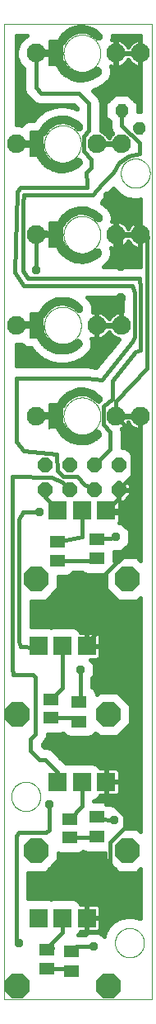
<source format=gbl>
G75*
%MOIN*%
%OFA0B0*%
%FSLAX25Y25*%
%IPPOS*%
%LPD*%
%AMOC8*
5,1,8,0,0,1.08239X$1,22.5*
%
%ADD10C,0.00000*%
%ADD11C,0.01040*%
%ADD12R,0.07400X0.07400*%
%ADD13OC8,0.10000*%
%ADD14R,0.05906X0.05118*%
%ADD15C,0.07600*%
%ADD16C,0.00500*%
%ADD17C,0.01200*%
%ADD18OC8,0.06000*%
%ADD19R,0.06299X0.05118*%
%ADD20C,0.01600*%
%ADD21R,0.03962X0.03962*%
%ADD22OC8,0.03962*%
%ADD23OC8,0.03569*%
D10*
X0009674Y0017431D02*
X0009674Y0411132D01*
X0069674Y0411132D01*
X0069674Y0017431D01*
X0009674Y0017431D01*
X0012429Y0099321D02*
X0012431Y0099474D01*
X0012437Y0099628D01*
X0012447Y0099781D01*
X0012461Y0099933D01*
X0012479Y0100086D01*
X0012501Y0100237D01*
X0012526Y0100388D01*
X0012556Y0100539D01*
X0012590Y0100689D01*
X0012627Y0100837D01*
X0012668Y0100985D01*
X0012713Y0101131D01*
X0012762Y0101277D01*
X0012815Y0101421D01*
X0012871Y0101563D01*
X0012931Y0101704D01*
X0012995Y0101844D01*
X0013062Y0101982D01*
X0013133Y0102118D01*
X0013208Y0102252D01*
X0013285Y0102384D01*
X0013367Y0102514D01*
X0013451Y0102642D01*
X0013539Y0102768D01*
X0013630Y0102891D01*
X0013724Y0103012D01*
X0013822Y0103130D01*
X0013922Y0103246D01*
X0014026Y0103359D01*
X0014132Y0103470D01*
X0014241Y0103578D01*
X0014353Y0103683D01*
X0014467Y0103784D01*
X0014585Y0103883D01*
X0014704Y0103979D01*
X0014826Y0104072D01*
X0014951Y0104161D01*
X0015078Y0104248D01*
X0015207Y0104330D01*
X0015338Y0104410D01*
X0015471Y0104486D01*
X0015606Y0104559D01*
X0015743Y0104628D01*
X0015882Y0104693D01*
X0016022Y0104755D01*
X0016164Y0104813D01*
X0016307Y0104868D01*
X0016452Y0104919D01*
X0016598Y0104966D01*
X0016745Y0105009D01*
X0016893Y0105048D01*
X0017042Y0105084D01*
X0017192Y0105115D01*
X0017343Y0105143D01*
X0017494Y0105167D01*
X0017647Y0105187D01*
X0017799Y0105203D01*
X0017952Y0105215D01*
X0018105Y0105223D01*
X0018258Y0105227D01*
X0018412Y0105227D01*
X0018565Y0105223D01*
X0018718Y0105215D01*
X0018871Y0105203D01*
X0019023Y0105187D01*
X0019176Y0105167D01*
X0019327Y0105143D01*
X0019478Y0105115D01*
X0019628Y0105084D01*
X0019777Y0105048D01*
X0019925Y0105009D01*
X0020072Y0104966D01*
X0020218Y0104919D01*
X0020363Y0104868D01*
X0020506Y0104813D01*
X0020648Y0104755D01*
X0020788Y0104693D01*
X0020927Y0104628D01*
X0021064Y0104559D01*
X0021199Y0104486D01*
X0021332Y0104410D01*
X0021463Y0104330D01*
X0021592Y0104248D01*
X0021719Y0104161D01*
X0021844Y0104072D01*
X0021966Y0103979D01*
X0022085Y0103883D01*
X0022203Y0103784D01*
X0022317Y0103683D01*
X0022429Y0103578D01*
X0022538Y0103470D01*
X0022644Y0103359D01*
X0022748Y0103246D01*
X0022848Y0103130D01*
X0022946Y0103012D01*
X0023040Y0102891D01*
X0023131Y0102768D01*
X0023219Y0102642D01*
X0023303Y0102514D01*
X0023385Y0102384D01*
X0023462Y0102252D01*
X0023537Y0102118D01*
X0023608Y0101982D01*
X0023675Y0101844D01*
X0023739Y0101704D01*
X0023799Y0101563D01*
X0023855Y0101421D01*
X0023908Y0101277D01*
X0023957Y0101131D01*
X0024002Y0100985D01*
X0024043Y0100837D01*
X0024080Y0100689D01*
X0024114Y0100539D01*
X0024144Y0100388D01*
X0024169Y0100237D01*
X0024191Y0100086D01*
X0024209Y0099933D01*
X0024223Y0099781D01*
X0024233Y0099628D01*
X0024239Y0099474D01*
X0024241Y0099321D01*
X0024239Y0099168D01*
X0024233Y0099014D01*
X0024223Y0098861D01*
X0024209Y0098709D01*
X0024191Y0098556D01*
X0024169Y0098405D01*
X0024144Y0098254D01*
X0024114Y0098103D01*
X0024080Y0097953D01*
X0024043Y0097805D01*
X0024002Y0097657D01*
X0023957Y0097511D01*
X0023908Y0097365D01*
X0023855Y0097221D01*
X0023799Y0097079D01*
X0023739Y0096938D01*
X0023675Y0096798D01*
X0023608Y0096660D01*
X0023537Y0096524D01*
X0023462Y0096390D01*
X0023385Y0096258D01*
X0023303Y0096128D01*
X0023219Y0096000D01*
X0023131Y0095874D01*
X0023040Y0095751D01*
X0022946Y0095630D01*
X0022848Y0095512D01*
X0022748Y0095396D01*
X0022644Y0095283D01*
X0022538Y0095172D01*
X0022429Y0095064D01*
X0022317Y0094959D01*
X0022203Y0094858D01*
X0022085Y0094759D01*
X0021966Y0094663D01*
X0021844Y0094570D01*
X0021719Y0094481D01*
X0021592Y0094394D01*
X0021463Y0094312D01*
X0021332Y0094232D01*
X0021199Y0094156D01*
X0021064Y0094083D01*
X0020927Y0094014D01*
X0020788Y0093949D01*
X0020648Y0093887D01*
X0020506Y0093829D01*
X0020363Y0093774D01*
X0020218Y0093723D01*
X0020072Y0093676D01*
X0019925Y0093633D01*
X0019777Y0093594D01*
X0019628Y0093558D01*
X0019478Y0093527D01*
X0019327Y0093499D01*
X0019176Y0093475D01*
X0019023Y0093455D01*
X0018871Y0093439D01*
X0018718Y0093427D01*
X0018565Y0093419D01*
X0018412Y0093415D01*
X0018258Y0093415D01*
X0018105Y0093419D01*
X0017952Y0093427D01*
X0017799Y0093439D01*
X0017647Y0093455D01*
X0017494Y0093475D01*
X0017343Y0093499D01*
X0017192Y0093527D01*
X0017042Y0093558D01*
X0016893Y0093594D01*
X0016745Y0093633D01*
X0016598Y0093676D01*
X0016452Y0093723D01*
X0016307Y0093774D01*
X0016164Y0093829D01*
X0016022Y0093887D01*
X0015882Y0093949D01*
X0015743Y0094014D01*
X0015606Y0094083D01*
X0015471Y0094156D01*
X0015338Y0094232D01*
X0015207Y0094312D01*
X0015078Y0094394D01*
X0014951Y0094481D01*
X0014826Y0094570D01*
X0014704Y0094663D01*
X0014585Y0094759D01*
X0014467Y0094858D01*
X0014353Y0094959D01*
X0014241Y0095064D01*
X0014132Y0095172D01*
X0014026Y0095283D01*
X0013922Y0095396D01*
X0013822Y0095512D01*
X0013724Y0095630D01*
X0013630Y0095751D01*
X0013539Y0095874D01*
X0013451Y0096000D01*
X0013367Y0096128D01*
X0013285Y0096258D01*
X0013208Y0096390D01*
X0013133Y0096524D01*
X0013062Y0096660D01*
X0012995Y0096798D01*
X0012931Y0096938D01*
X0012871Y0097079D01*
X0012815Y0097221D01*
X0012762Y0097365D01*
X0012713Y0097511D01*
X0012668Y0097657D01*
X0012627Y0097805D01*
X0012590Y0097953D01*
X0012556Y0098103D01*
X0012526Y0098254D01*
X0012501Y0098405D01*
X0012479Y0098556D01*
X0012461Y0098709D01*
X0012447Y0098861D01*
X0012437Y0099014D01*
X0012431Y0099168D01*
X0012429Y0099321D01*
X0033690Y0252864D02*
X0033692Y0253048D01*
X0033699Y0253231D01*
X0033710Y0253414D01*
X0033726Y0253597D01*
X0033746Y0253780D01*
X0033771Y0253962D01*
X0033800Y0254143D01*
X0033834Y0254323D01*
X0033872Y0254503D01*
X0033914Y0254681D01*
X0033961Y0254859D01*
X0034012Y0255035D01*
X0034068Y0255210D01*
X0034127Y0255384D01*
X0034191Y0255556D01*
X0034259Y0255726D01*
X0034332Y0255895D01*
X0034408Y0256062D01*
X0034489Y0256227D01*
X0034573Y0256390D01*
X0034662Y0256551D01*
X0034754Y0256709D01*
X0034850Y0256866D01*
X0034951Y0257020D01*
X0035054Y0257171D01*
X0035162Y0257320D01*
X0035273Y0257466D01*
X0035388Y0257609D01*
X0035506Y0257750D01*
X0035628Y0257887D01*
X0035753Y0258022D01*
X0035881Y0258153D01*
X0036012Y0258281D01*
X0036147Y0258406D01*
X0036284Y0258528D01*
X0036425Y0258646D01*
X0036568Y0258761D01*
X0036714Y0258872D01*
X0036863Y0258980D01*
X0037014Y0259083D01*
X0037168Y0259184D01*
X0037325Y0259280D01*
X0037483Y0259372D01*
X0037644Y0259461D01*
X0037807Y0259545D01*
X0037972Y0259626D01*
X0038139Y0259702D01*
X0038308Y0259775D01*
X0038478Y0259843D01*
X0038650Y0259907D01*
X0038824Y0259966D01*
X0038999Y0260022D01*
X0039175Y0260073D01*
X0039353Y0260120D01*
X0039531Y0260162D01*
X0039711Y0260200D01*
X0039891Y0260234D01*
X0040072Y0260263D01*
X0040254Y0260288D01*
X0040437Y0260308D01*
X0040620Y0260324D01*
X0040803Y0260335D01*
X0040986Y0260342D01*
X0041170Y0260344D01*
X0041354Y0260342D01*
X0041537Y0260335D01*
X0041720Y0260324D01*
X0041903Y0260308D01*
X0042086Y0260288D01*
X0042268Y0260263D01*
X0042449Y0260234D01*
X0042629Y0260200D01*
X0042809Y0260162D01*
X0042987Y0260120D01*
X0043165Y0260073D01*
X0043341Y0260022D01*
X0043516Y0259966D01*
X0043690Y0259907D01*
X0043862Y0259843D01*
X0044032Y0259775D01*
X0044201Y0259702D01*
X0044368Y0259626D01*
X0044533Y0259545D01*
X0044696Y0259461D01*
X0044857Y0259372D01*
X0045015Y0259280D01*
X0045172Y0259184D01*
X0045326Y0259083D01*
X0045477Y0258980D01*
X0045626Y0258872D01*
X0045772Y0258761D01*
X0045915Y0258646D01*
X0046056Y0258528D01*
X0046193Y0258406D01*
X0046328Y0258281D01*
X0046459Y0258153D01*
X0046587Y0258022D01*
X0046712Y0257887D01*
X0046834Y0257750D01*
X0046952Y0257609D01*
X0047067Y0257466D01*
X0047178Y0257320D01*
X0047286Y0257171D01*
X0047389Y0257020D01*
X0047490Y0256866D01*
X0047586Y0256709D01*
X0047678Y0256551D01*
X0047767Y0256390D01*
X0047851Y0256227D01*
X0047932Y0256062D01*
X0048008Y0255895D01*
X0048081Y0255726D01*
X0048149Y0255556D01*
X0048213Y0255384D01*
X0048272Y0255210D01*
X0048328Y0255035D01*
X0048379Y0254859D01*
X0048426Y0254681D01*
X0048468Y0254503D01*
X0048506Y0254323D01*
X0048540Y0254143D01*
X0048569Y0253962D01*
X0048594Y0253780D01*
X0048614Y0253597D01*
X0048630Y0253414D01*
X0048641Y0253231D01*
X0048648Y0253048D01*
X0048650Y0252864D01*
X0048648Y0252680D01*
X0048641Y0252497D01*
X0048630Y0252314D01*
X0048614Y0252131D01*
X0048594Y0251948D01*
X0048569Y0251766D01*
X0048540Y0251585D01*
X0048506Y0251405D01*
X0048468Y0251225D01*
X0048426Y0251047D01*
X0048379Y0250869D01*
X0048328Y0250693D01*
X0048272Y0250518D01*
X0048213Y0250344D01*
X0048149Y0250172D01*
X0048081Y0250002D01*
X0048008Y0249833D01*
X0047932Y0249666D01*
X0047851Y0249501D01*
X0047767Y0249338D01*
X0047678Y0249177D01*
X0047586Y0249019D01*
X0047490Y0248862D01*
X0047389Y0248708D01*
X0047286Y0248557D01*
X0047178Y0248408D01*
X0047067Y0248262D01*
X0046952Y0248119D01*
X0046834Y0247978D01*
X0046712Y0247841D01*
X0046587Y0247706D01*
X0046459Y0247575D01*
X0046328Y0247447D01*
X0046193Y0247322D01*
X0046056Y0247200D01*
X0045915Y0247082D01*
X0045772Y0246967D01*
X0045626Y0246856D01*
X0045477Y0246748D01*
X0045326Y0246645D01*
X0045172Y0246544D01*
X0045015Y0246448D01*
X0044857Y0246356D01*
X0044696Y0246267D01*
X0044533Y0246183D01*
X0044368Y0246102D01*
X0044201Y0246026D01*
X0044032Y0245953D01*
X0043862Y0245885D01*
X0043690Y0245821D01*
X0043516Y0245762D01*
X0043341Y0245706D01*
X0043165Y0245655D01*
X0042987Y0245608D01*
X0042809Y0245566D01*
X0042629Y0245528D01*
X0042449Y0245494D01*
X0042268Y0245465D01*
X0042086Y0245440D01*
X0041903Y0245420D01*
X0041720Y0245404D01*
X0041537Y0245393D01*
X0041354Y0245386D01*
X0041170Y0245384D01*
X0040986Y0245386D01*
X0040803Y0245393D01*
X0040620Y0245404D01*
X0040437Y0245420D01*
X0040254Y0245440D01*
X0040072Y0245465D01*
X0039891Y0245494D01*
X0039711Y0245528D01*
X0039531Y0245566D01*
X0039353Y0245608D01*
X0039175Y0245655D01*
X0038999Y0245706D01*
X0038824Y0245762D01*
X0038650Y0245821D01*
X0038478Y0245885D01*
X0038308Y0245953D01*
X0038139Y0246026D01*
X0037972Y0246102D01*
X0037807Y0246183D01*
X0037644Y0246267D01*
X0037483Y0246356D01*
X0037325Y0246448D01*
X0037168Y0246544D01*
X0037014Y0246645D01*
X0036863Y0246748D01*
X0036714Y0246856D01*
X0036568Y0246967D01*
X0036425Y0247082D01*
X0036284Y0247200D01*
X0036147Y0247322D01*
X0036012Y0247447D01*
X0035881Y0247575D01*
X0035753Y0247706D01*
X0035628Y0247841D01*
X0035506Y0247978D01*
X0035388Y0248119D01*
X0035273Y0248262D01*
X0035162Y0248408D01*
X0035054Y0248557D01*
X0034951Y0248708D01*
X0034850Y0248862D01*
X0034754Y0249019D01*
X0034662Y0249177D01*
X0034573Y0249338D01*
X0034489Y0249501D01*
X0034408Y0249666D01*
X0034332Y0249833D01*
X0034259Y0250002D01*
X0034191Y0250172D01*
X0034127Y0250344D01*
X0034068Y0250518D01*
X0034012Y0250693D01*
X0033961Y0250869D01*
X0033914Y0251047D01*
X0033872Y0251225D01*
X0033834Y0251405D01*
X0033800Y0251585D01*
X0033771Y0251766D01*
X0033746Y0251948D01*
X0033726Y0252131D01*
X0033710Y0252314D01*
X0033699Y0252497D01*
X0033692Y0252680D01*
X0033690Y0252864D01*
X0025816Y0289478D02*
X0025818Y0289662D01*
X0025825Y0289845D01*
X0025836Y0290028D01*
X0025852Y0290211D01*
X0025872Y0290394D01*
X0025897Y0290576D01*
X0025926Y0290757D01*
X0025960Y0290937D01*
X0025998Y0291117D01*
X0026040Y0291295D01*
X0026087Y0291473D01*
X0026138Y0291649D01*
X0026194Y0291824D01*
X0026253Y0291998D01*
X0026317Y0292170D01*
X0026385Y0292340D01*
X0026458Y0292509D01*
X0026534Y0292676D01*
X0026615Y0292841D01*
X0026699Y0293004D01*
X0026788Y0293165D01*
X0026880Y0293323D01*
X0026976Y0293480D01*
X0027077Y0293634D01*
X0027180Y0293785D01*
X0027288Y0293934D01*
X0027399Y0294080D01*
X0027514Y0294223D01*
X0027632Y0294364D01*
X0027754Y0294501D01*
X0027879Y0294636D01*
X0028007Y0294767D01*
X0028138Y0294895D01*
X0028273Y0295020D01*
X0028410Y0295142D01*
X0028551Y0295260D01*
X0028694Y0295375D01*
X0028840Y0295486D01*
X0028989Y0295594D01*
X0029140Y0295697D01*
X0029294Y0295798D01*
X0029451Y0295894D01*
X0029609Y0295986D01*
X0029770Y0296075D01*
X0029933Y0296159D01*
X0030098Y0296240D01*
X0030265Y0296316D01*
X0030434Y0296389D01*
X0030604Y0296457D01*
X0030776Y0296521D01*
X0030950Y0296580D01*
X0031125Y0296636D01*
X0031301Y0296687D01*
X0031479Y0296734D01*
X0031657Y0296776D01*
X0031837Y0296814D01*
X0032017Y0296848D01*
X0032198Y0296877D01*
X0032380Y0296902D01*
X0032563Y0296922D01*
X0032746Y0296938D01*
X0032929Y0296949D01*
X0033112Y0296956D01*
X0033296Y0296958D01*
X0033480Y0296956D01*
X0033663Y0296949D01*
X0033846Y0296938D01*
X0034029Y0296922D01*
X0034212Y0296902D01*
X0034394Y0296877D01*
X0034575Y0296848D01*
X0034755Y0296814D01*
X0034935Y0296776D01*
X0035113Y0296734D01*
X0035291Y0296687D01*
X0035467Y0296636D01*
X0035642Y0296580D01*
X0035816Y0296521D01*
X0035988Y0296457D01*
X0036158Y0296389D01*
X0036327Y0296316D01*
X0036494Y0296240D01*
X0036659Y0296159D01*
X0036822Y0296075D01*
X0036983Y0295986D01*
X0037141Y0295894D01*
X0037298Y0295798D01*
X0037452Y0295697D01*
X0037603Y0295594D01*
X0037752Y0295486D01*
X0037898Y0295375D01*
X0038041Y0295260D01*
X0038182Y0295142D01*
X0038319Y0295020D01*
X0038454Y0294895D01*
X0038585Y0294767D01*
X0038713Y0294636D01*
X0038838Y0294501D01*
X0038960Y0294364D01*
X0039078Y0294223D01*
X0039193Y0294080D01*
X0039304Y0293934D01*
X0039412Y0293785D01*
X0039515Y0293634D01*
X0039616Y0293480D01*
X0039712Y0293323D01*
X0039804Y0293165D01*
X0039893Y0293004D01*
X0039977Y0292841D01*
X0040058Y0292676D01*
X0040134Y0292509D01*
X0040207Y0292340D01*
X0040275Y0292170D01*
X0040339Y0291998D01*
X0040398Y0291824D01*
X0040454Y0291649D01*
X0040505Y0291473D01*
X0040552Y0291295D01*
X0040594Y0291117D01*
X0040632Y0290937D01*
X0040666Y0290757D01*
X0040695Y0290576D01*
X0040720Y0290394D01*
X0040740Y0290211D01*
X0040756Y0290028D01*
X0040767Y0289845D01*
X0040774Y0289662D01*
X0040776Y0289478D01*
X0040774Y0289294D01*
X0040767Y0289111D01*
X0040756Y0288928D01*
X0040740Y0288745D01*
X0040720Y0288562D01*
X0040695Y0288380D01*
X0040666Y0288199D01*
X0040632Y0288019D01*
X0040594Y0287839D01*
X0040552Y0287661D01*
X0040505Y0287483D01*
X0040454Y0287307D01*
X0040398Y0287132D01*
X0040339Y0286958D01*
X0040275Y0286786D01*
X0040207Y0286616D01*
X0040134Y0286447D01*
X0040058Y0286280D01*
X0039977Y0286115D01*
X0039893Y0285952D01*
X0039804Y0285791D01*
X0039712Y0285633D01*
X0039616Y0285476D01*
X0039515Y0285322D01*
X0039412Y0285171D01*
X0039304Y0285022D01*
X0039193Y0284876D01*
X0039078Y0284733D01*
X0038960Y0284592D01*
X0038838Y0284455D01*
X0038713Y0284320D01*
X0038585Y0284189D01*
X0038454Y0284061D01*
X0038319Y0283936D01*
X0038182Y0283814D01*
X0038041Y0283696D01*
X0037898Y0283581D01*
X0037752Y0283470D01*
X0037603Y0283362D01*
X0037452Y0283259D01*
X0037298Y0283158D01*
X0037141Y0283062D01*
X0036983Y0282970D01*
X0036822Y0282881D01*
X0036659Y0282797D01*
X0036494Y0282716D01*
X0036327Y0282640D01*
X0036158Y0282567D01*
X0035988Y0282499D01*
X0035816Y0282435D01*
X0035642Y0282376D01*
X0035467Y0282320D01*
X0035291Y0282269D01*
X0035113Y0282222D01*
X0034935Y0282180D01*
X0034755Y0282142D01*
X0034575Y0282108D01*
X0034394Y0282079D01*
X0034212Y0282054D01*
X0034029Y0282034D01*
X0033846Y0282018D01*
X0033663Y0282007D01*
X0033480Y0282000D01*
X0033296Y0281998D01*
X0033112Y0282000D01*
X0032929Y0282007D01*
X0032746Y0282018D01*
X0032563Y0282034D01*
X0032380Y0282054D01*
X0032198Y0282079D01*
X0032017Y0282108D01*
X0031837Y0282142D01*
X0031657Y0282180D01*
X0031479Y0282222D01*
X0031301Y0282269D01*
X0031125Y0282320D01*
X0030950Y0282376D01*
X0030776Y0282435D01*
X0030604Y0282499D01*
X0030434Y0282567D01*
X0030265Y0282640D01*
X0030098Y0282716D01*
X0029933Y0282797D01*
X0029770Y0282881D01*
X0029609Y0282970D01*
X0029451Y0283062D01*
X0029294Y0283158D01*
X0029140Y0283259D01*
X0028989Y0283362D01*
X0028840Y0283470D01*
X0028694Y0283581D01*
X0028551Y0283696D01*
X0028410Y0283814D01*
X0028273Y0283936D01*
X0028138Y0284061D01*
X0028007Y0284189D01*
X0027879Y0284320D01*
X0027754Y0284455D01*
X0027632Y0284592D01*
X0027514Y0284733D01*
X0027399Y0284876D01*
X0027288Y0285022D01*
X0027180Y0285171D01*
X0027077Y0285322D01*
X0026976Y0285476D01*
X0026880Y0285633D01*
X0026788Y0285791D01*
X0026699Y0285952D01*
X0026615Y0286115D01*
X0026534Y0286280D01*
X0026458Y0286447D01*
X0026385Y0286616D01*
X0026317Y0286786D01*
X0026253Y0286958D01*
X0026194Y0287132D01*
X0026138Y0287307D01*
X0026087Y0287483D01*
X0026040Y0287661D01*
X0025998Y0287839D01*
X0025960Y0288019D01*
X0025926Y0288199D01*
X0025897Y0288380D01*
X0025872Y0288562D01*
X0025852Y0288745D01*
X0025836Y0288928D01*
X0025825Y0289111D01*
X0025818Y0289294D01*
X0025816Y0289478D01*
X0025816Y0362707D02*
X0025818Y0362891D01*
X0025825Y0363074D01*
X0025836Y0363257D01*
X0025852Y0363440D01*
X0025872Y0363623D01*
X0025897Y0363805D01*
X0025926Y0363986D01*
X0025960Y0364166D01*
X0025998Y0364346D01*
X0026040Y0364524D01*
X0026087Y0364702D01*
X0026138Y0364878D01*
X0026194Y0365053D01*
X0026253Y0365227D01*
X0026317Y0365399D01*
X0026385Y0365569D01*
X0026458Y0365738D01*
X0026534Y0365905D01*
X0026615Y0366070D01*
X0026699Y0366233D01*
X0026788Y0366394D01*
X0026880Y0366552D01*
X0026976Y0366709D01*
X0027077Y0366863D01*
X0027180Y0367014D01*
X0027288Y0367163D01*
X0027399Y0367309D01*
X0027514Y0367452D01*
X0027632Y0367593D01*
X0027754Y0367730D01*
X0027879Y0367865D01*
X0028007Y0367996D01*
X0028138Y0368124D01*
X0028273Y0368249D01*
X0028410Y0368371D01*
X0028551Y0368489D01*
X0028694Y0368604D01*
X0028840Y0368715D01*
X0028989Y0368823D01*
X0029140Y0368926D01*
X0029294Y0369027D01*
X0029451Y0369123D01*
X0029609Y0369215D01*
X0029770Y0369304D01*
X0029933Y0369388D01*
X0030098Y0369469D01*
X0030265Y0369545D01*
X0030434Y0369618D01*
X0030604Y0369686D01*
X0030776Y0369750D01*
X0030950Y0369809D01*
X0031125Y0369865D01*
X0031301Y0369916D01*
X0031479Y0369963D01*
X0031657Y0370005D01*
X0031837Y0370043D01*
X0032017Y0370077D01*
X0032198Y0370106D01*
X0032380Y0370131D01*
X0032563Y0370151D01*
X0032746Y0370167D01*
X0032929Y0370178D01*
X0033112Y0370185D01*
X0033296Y0370187D01*
X0033480Y0370185D01*
X0033663Y0370178D01*
X0033846Y0370167D01*
X0034029Y0370151D01*
X0034212Y0370131D01*
X0034394Y0370106D01*
X0034575Y0370077D01*
X0034755Y0370043D01*
X0034935Y0370005D01*
X0035113Y0369963D01*
X0035291Y0369916D01*
X0035467Y0369865D01*
X0035642Y0369809D01*
X0035816Y0369750D01*
X0035988Y0369686D01*
X0036158Y0369618D01*
X0036327Y0369545D01*
X0036494Y0369469D01*
X0036659Y0369388D01*
X0036822Y0369304D01*
X0036983Y0369215D01*
X0037141Y0369123D01*
X0037298Y0369027D01*
X0037452Y0368926D01*
X0037603Y0368823D01*
X0037752Y0368715D01*
X0037898Y0368604D01*
X0038041Y0368489D01*
X0038182Y0368371D01*
X0038319Y0368249D01*
X0038454Y0368124D01*
X0038585Y0367996D01*
X0038713Y0367865D01*
X0038838Y0367730D01*
X0038960Y0367593D01*
X0039078Y0367452D01*
X0039193Y0367309D01*
X0039304Y0367163D01*
X0039412Y0367014D01*
X0039515Y0366863D01*
X0039616Y0366709D01*
X0039712Y0366552D01*
X0039804Y0366394D01*
X0039893Y0366233D01*
X0039977Y0366070D01*
X0040058Y0365905D01*
X0040134Y0365738D01*
X0040207Y0365569D01*
X0040275Y0365399D01*
X0040339Y0365227D01*
X0040398Y0365053D01*
X0040454Y0364878D01*
X0040505Y0364702D01*
X0040552Y0364524D01*
X0040594Y0364346D01*
X0040632Y0364166D01*
X0040666Y0363986D01*
X0040695Y0363805D01*
X0040720Y0363623D01*
X0040740Y0363440D01*
X0040756Y0363257D01*
X0040767Y0363074D01*
X0040774Y0362891D01*
X0040776Y0362707D01*
X0040774Y0362523D01*
X0040767Y0362340D01*
X0040756Y0362157D01*
X0040740Y0361974D01*
X0040720Y0361791D01*
X0040695Y0361609D01*
X0040666Y0361428D01*
X0040632Y0361248D01*
X0040594Y0361068D01*
X0040552Y0360890D01*
X0040505Y0360712D01*
X0040454Y0360536D01*
X0040398Y0360361D01*
X0040339Y0360187D01*
X0040275Y0360015D01*
X0040207Y0359845D01*
X0040134Y0359676D01*
X0040058Y0359509D01*
X0039977Y0359344D01*
X0039893Y0359181D01*
X0039804Y0359020D01*
X0039712Y0358862D01*
X0039616Y0358705D01*
X0039515Y0358551D01*
X0039412Y0358400D01*
X0039304Y0358251D01*
X0039193Y0358105D01*
X0039078Y0357962D01*
X0038960Y0357821D01*
X0038838Y0357684D01*
X0038713Y0357549D01*
X0038585Y0357418D01*
X0038454Y0357290D01*
X0038319Y0357165D01*
X0038182Y0357043D01*
X0038041Y0356925D01*
X0037898Y0356810D01*
X0037752Y0356699D01*
X0037603Y0356591D01*
X0037452Y0356488D01*
X0037298Y0356387D01*
X0037141Y0356291D01*
X0036983Y0356199D01*
X0036822Y0356110D01*
X0036659Y0356026D01*
X0036494Y0355945D01*
X0036327Y0355869D01*
X0036158Y0355796D01*
X0035988Y0355728D01*
X0035816Y0355664D01*
X0035642Y0355605D01*
X0035467Y0355549D01*
X0035291Y0355498D01*
X0035113Y0355451D01*
X0034935Y0355409D01*
X0034755Y0355371D01*
X0034575Y0355337D01*
X0034394Y0355308D01*
X0034212Y0355283D01*
X0034029Y0355263D01*
X0033846Y0355247D01*
X0033663Y0355236D01*
X0033480Y0355229D01*
X0033296Y0355227D01*
X0033112Y0355229D01*
X0032929Y0355236D01*
X0032746Y0355247D01*
X0032563Y0355263D01*
X0032380Y0355283D01*
X0032198Y0355308D01*
X0032017Y0355337D01*
X0031837Y0355371D01*
X0031657Y0355409D01*
X0031479Y0355451D01*
X0031301Y0355498D01*
X0031125Y0355549D01*
X0030950Y0355605D01*
X0030776Y0355664D01*
X0030604Y0355728D01*
X0030434Y0355796D01*
X0030265Y0355869D01*
X0030098Y0355945D01*
X0029933Y0356026D01*
X0029770Y0356110D01*
X0029609Y0356199D01*
X0029451Y0356291D01*
X0029294Y0356387D01*
X0029140Y0356488D01*
X0028989Y0356591D01*
X0028840Y0356699D01*
X0028694Y0356810D01*
X0028551Y0356925D01*
X0028410Y0357043D01*
X0028273Y0357165D01*
X0028138Y0357290D01*
X0028007Y0357418D01*
X0027879Y0357549D01*
X0027754Y0357684D01*
X0027632Y0357821D01*
X0027514Y0357962D01*
X0027399Y0358105D01*
X0027288Y0358251D01*
X0027180Y0358400D01*
X0027077Y0358551D01*
X0026976Y0358705D01*
X0026880Y0358862D01*
X0026788Y0359020D01*
X0026699Y0359181D01*
X0026615Y0359344D01*
X0026534Y0359509D01*
X0026458Y0359676D01*
X0026385Y0359845D01*
X0026317Y0360015D01*
X0026253Y0360187D01*
X0026194Y0360361D01*
X0026138Y0360536D01*
X0026087Y0360712D01*
X0026040Y0360890D01*
X0025998Y0361068D01*
X0025960Y0361248D01*
X0025926Y0361428D01*
X0025897Y0361609D01*
X0025872Y0361791D01*
X0025852Y0361974D01*
X0025836Y0362157D01*
X0025825Y0362340D01*
X0025818Y0362523D01*
X0025816Y0362707D01*
X0033690Y0399321D02*
X0033692Y0399505D01*
X0033699Y0399688D01*
X0033710Y0399871D01*
X0033726Y0400054D01*
X0033746Y0400237D01*
X0033771Y0400419D01*
X0033800Y0400600D01*
X0033834Y0400780D01*
X0033872Y0400960D01*
X0033914Y0401138D01*
X0033961Y0401316D01*
X0034012Y0401492D01*
X0034068Y0401667D01*
X0034127Y0401841D01*
X0034191Y0402013D01*
X0034259Y0402183D01*
X0034332Y0402352D01*
X0034408Y0402519D01*
X0034489Y0402684D01*
X0034573Y0402847D01*
X0034662Y0403008D01*
X0034754Y0403166D01*
X0034850Y0403323D01*
X0034951Y0403477D01*
X0035054Y0403628D01*
X0035162Y0403777D01*
X0035273Y0403923D01*
X0035388Y0404066D01*
X0035506Y0404207D01*
X0035628Y0404344D01*
X0035753Y0404479D01*
X0035881Y0404610D01*
X0036012Y0404738D01*
X0036147Y0404863D01*
X0036284Y0404985D01*
X0036425Y0405103D01*
X0036568Y0405218D01*
X0036714Y0405329D01*
X0036863Y0405437D01*
X0037014Y0405540D01*
X0037168Y0405641D01*
X0037325Y0405737D01*
X0037483Y0405829D01*
X0037644Y0405918D01*
X0037807Y0406002D01*
X0037972Y0406083D01*
X0038139Y0406159D01*
X0038308Y0406232D01*
X0038478Y0406300D01*
X0038650Y0406364D01*
X0038824Y0406423D01*
X0038999Y0406479D01*
X0039175Y0406530D01*
X0039353Y0406577D01*
X0039531Y0406619D01*
X0039711Y0406657D01*
X0039891Y0406691D01*
X0040072Y0406720D01*
X0040254Y0406745D01*
X0040437Y0406765D01*
X0040620Y0406781D01*
X0040803Y0406792D01*
X0040986Y0406799D01*
X0041170Y0406801D01*
X0041354Y0406799D01*
X0041537Y0406792D01*
X0041720Y0406781D01*
X0041903Y0406765D01*
X0042086Y0406745D01*
X0042268Y0406720D01*
X0042449Y0406691D01*
X0042629Y0406657D01*
X0042809Y0406619D01*
X0042987Y0406577D01*
X0043165Y0406530D01*
X0043341Y0406479D01*
X0043516Y0406423D01*
X0043690Y0406364D01*
X0043862Y0406300D01*
X0044032Y0406232D01*
X0044201Y0406159D01*
X0044368Y0406083D01*
X0044533Y0406002D01*
X0044696Y0405918D01*
X0044857Y0405829D01*
X0045015Y0405737D01*
X0045172Y0405641D01*
X0045326Y0405540D01*
X0045477Y0405437D01*
X0045626Y0405329D01*
X0045772Y0405218D01*
X0045915Y0405103D01*
X0046056Y0404985D01*
X0046193Y0404863D01*
X0046328Y0404738D01*
X0046459Y0404610D01*
X0046587Y0404479D01*
X0046712Y0404344D01*
X0046834Y0404207D01*
X0046952Y0404066D01*
X0047067Y0403923D01*
X0047178Y0403777D01*
X0047286Y0403628D01*
X0047389Y0403477D01*
X0047490Y0403323D01*
X0047586Y0403166D01*
X0047678Y0403008D01*
X0047767Y0402847D01*
X0047851Y0402684D01*
X0047932Y0402519D01*
X0048008Y0402352D01*
X0048081Y0402183D01*
X0048149Y0402013D01*
X0048213Y0401841D01*
X0048272Y0401667D01*
X0048328Y0401492D01*
X0048379Y0401316D01*
X0048426Y0401138D01*
X0048468Y0400960D01*
X0048506Y0400780D01*
X0048540Y0400600D01*
X0048569Y0400419D01*
X0048594Y0400237D01*
X0048614Y0400054D01*
X0048630Y0399871D01*
X0048641Y0399688D01*
X0048648Y0399505D01*
X0048650Y0399321D01*
X0048648Y0399137D01*
X0048641Y0398954D01*
X0048630Y0398771D01*
X0048614Y0398588D01*
X0048594Y0398405D01*
X0048569Y0398223D01*
X0048540Y0398042D01*
X0048506Y0397862D01*
X0048468Y0397682D01*
X0048426Y0397504D01*
X0048379Y0397326D01*
X0048328Y0397150D01*
X0048272Y0396975D01*
X0048213Y0396801D01*
X0048149Y0396629D01*
X0048081Y0396459D01*
X0048008Y0396290D01*
X0047932Y0396123D01*
X0047851Y0395958D01*
X0047767Y0395795D01*
X0047678Y0395634D01*
X0047586Y0395476D01*
X0047490Y0395319D01*
X0047389Y0395165D01*
X0047286Y0395014D01*
X0047178Y0394865D01*
X0047067Y0394719D01*
X0046952Y0394576D01*
X0046834Y0394435D01*
X0046712Y0394298D01*
X0046587Y0394163D01*
X0046459Y0394032D01*
X0046328Y0393904D01*
X0046193Y0393779D01*
X0046056Y0393657D01*
X0045915Y0393539D01*
X0045772Y0393424D01*
X0045626Y0393313D01*
X0045477Y0393205D01*
X0045326Y0393102D01*
X0045172Y0393001D01*
X0045015Y0392905D01*
X0044857Y0392813D01*
X0044696Y0392724D01*
X0044533Y0392640D01*
X0044368Y0392559D01*
X0044201Y0392483D01*
X0044032Y0392410D01*
X0043862Y0392342D01*
X0043690Y0392278D01*
X0043516Y0392219D01*
X0043341Y0392163D01*
X0043165Y0392112D01*
X0042987Y0392065D01*
X0042809Y0392023D01*
X0042629Y0391985D01*
X0042449Y0391951D01*
X0042268Y0391922D01*
X0042086Y0391897D01*
X0041903Y0391877D01*
X0041720Y0391861D01*
X0041537Y0391850D01*
X0041354Y0391843D01*
X0041170Y0391841D01*
X0040986Y0391843D01*
X0040803Y0391850D01*
X0040620Y0391861D01*
X0040437Y0391877D01*
X0040254Y0391897D01*
X0040072Y0391922D01*
X0039891Y0391951D01*
X0039711Y0391985D01*
X0039531Y0392023D01*
X0039353Y0392065D01*
X0039175Y0392112D01*
X0038999Y0392163D01*
X0038824Y0392219D01*
X0038650Y0392278D01*
X0038478Y0392342D01*
X0038308Y0392410D01*
X0038139Y0392483D01*
X0037972Y0392559D01*
X0037807Y0392640D01*
X0037644Y0392724D01*
X0037483Y0392813D01*
X0037325Y0392905D01*
X0037168Y0393001D01*
X0037014Y0393102D01*
X0036863Y0393205D01*
X0036714Y0393313D01*
X0036568Y0393424D01*
X0036425Y0393539D01*
X0036284Y0393657D01*
X0036147Y0393779D01*
X0036012Y0393904D01*
X0035881Y0394032D01*
X0035753Y0394163D01*
X0035628Y0394298D01*
X0035506Y0394435D01*
X0035388Y0394576D01*
X0035273Y0394719D01*
X0035162Y0394865D01*
X0035054Y0395014D01*
X0034951Y0395165D01*
X0034850Y0395319D01*
X0034754Y0395476D01*
X0034662Y0395634D01*
X0034573Y0395795D01*
X0034489Y0395958D01*
X0034408Y0396123D01*
X0034332Y0396290D01*
X0034259Y0396459D01*
X0034191Y0396629D01*
X0034127Y0396801D01*
X0034068Y0396975D01*
X0034012Y0397150D01*
X0033961Y0397326D01*
X0033914Y0397504D01*
X0033872Y0397682D01*
X0033834Y0397862D01*
X0033800Y0398042D01*
X0033771Y0398223D01*
X0033746Y0398405D01*
X0033726Y0398588D01*
X0033710Y0398771D01*
X0033699Y0398954D01*
X0033692Y0399137D01*
X0033690Y0399321D01*
X0033690Y0326093D02*
X0033692Y0326277D01*
X0033699Y0326460D01*
X0033710Y0326643D01*
X0033726Y0326826D01*
X0033746Y0327009D01*
X0033771Y0327191D01*
X0033800Y0327372D01*
X0033834Y0327552D01*
X0033872Y0327732D01*
X0033914Y0327910D01*
X0033961Y0328088D01*
X0034012Y0328264D01*
X0034068Y0328439D01*
X0034127Y0328613D01*
X0034191Y0328785D01*
X0034259Y0328955D01*
X0034332Y0329124D01*
X0034408Y0329291D01*
X0034489Y0329456D01*
X0034573Y0329619D01*
X0034662Y0329780D01*
X0034754Y0329938D01*
X0034850Y0330095D01*
X0034951Y0330249D01*
X0035054Y0330400D01*
X0035162Y0330549D01*
X0035273Y0330695D01*
X0035388Y0330838D01*
X0035506Y0330979D01*
X0035628Y0331116D01*
X0035753Y0331251D01*
X0035881Y0331382D01*
X0036012Y0331510D01*
X0036147Y0331635D01*
X0036284Y0331757D01*
X0036425Y0331875D01*
X0036568Y0331990D01*
X0036714Y0332101D01*
X0036863Y0332209D01*
X0037014Y0332312D01*
X0037168Y0332413D01*
X0037325Y0332509D01*
X0037483Y0332601D01*
X0037644Y0332690D01*
X0037807Y0332774D01*
X0037972Y0332855D01*
X0038139Y0332931D01*
X0038308Y0333004D01*
X0038478Y0333072D01*
X0038650Y0333136D01*
X0038824Y0333195D01*
X0038999Y0333251D01*
X0039175Y0333302D01*
X0039353Y0333349D01*
X0039531Y0333391D01*
X0039711Y0333429D01*
X0039891Y0333463D01*
X0040072Y0333492D01*
X0040254Y0333517D01*
X0040437Y0333537D01*
X0040620Y0333553D01*
X0040803Y0333564D01*
X0040986Y0333571D01*
X0041170Y0333573D01*
X0041354Y0333571D01*
X0041537Y0333564D01*
X0041720Y0333553D01*
X0041903Y0333537D01*
X0042086Y0333517D01*
X0042268Y0333492D01*
X0042449Y0333463D01*
X0042629Y0333429D01*
X0042809Y0333391D01*
X0042987Y0333349D01*
X0043165Y0333302D01*
X0043341Y0333251D01*
X0043516Y0333195D01*
X0043690Y0333136D01*
X0043862Y0333072D01*
X0044032Y0333004D01*
X0044201Y0332931D01*
X0044368Y0332855D01*
X0044533Y0332774D01*
X0044696Y0332690D01*
X0044857Y0332601D01*
X0045015Y0332509D01*
X0045172Y0332413D01*
X0045326Y0332312D01*
X0045477Y0332209D01*
X0045626Y0332101D01*
X0045772Y0331990D01*
X0045915Y0331875D01*
X0046056Y0331757D01*
X0046193Y0331635D01*
X0046328Y0331510D01*
X0046459Y0331382D01*
X0046587Y0331251D01*
X0046712Y0331116D01*
X0046834Y0330979D01*
X0046952Y0330838D01*
X0047067Y0330695D01*
X0047178Y0330549D01*
X0047286Y0330400D01*
X0047389Y0330249D01*
X0047490Y0330095D01*
X0047586Y0329938D01*
X0047678Y0329780D01*
X0047767Y0329619D01*
X0047851Y0329456D01*
X0047932Y0329291D01*
X0048008Y0329124D01*
X0048081Y0328955D01*
X0048149Y0328785D01*
X0048213Y0328613D01*
X0048272Y0328439D01*
X0048328Y0328264D01*
X0048379Y0328088D01*
X0048426Y0327910D01*
X0048468Y0327732D01*
X0048506Y0327552D01*
X0048540Y0327372D01*
X0048569Y0327191D01*
X0048594Y0327009D01*
X0048614Y0326826D01*
X0048630Y0326643D01*
X0048641Y0326460D01*
X0048648Y0326277D01*
X0048650Y0326093D01*
X0048648Y0325909D01*
X0048641Y0325726D01*
X0048630Y0325543D01*
X0048614Y0325360D01*
X0048594Y0325177D01*
X0048569Y0324995D01*
X0048540Y0324814D01*
X0048506Y0324634D01*
X0048468Y0324454D01*
X0048426Y0324276D01*
X0048379Y0324098D01*
X0048328Y0323922D01*
X0048272Y0323747D01*
X0048213Y0323573D01*
X0048149Y0323401D01*
X0048081Y0323231D01*
X0048008Y0323062D01*
X0047932Y0322895D01*
X0047851Y0322730D01*
X0047767Y0322567D01*
X0047678Y0322406D01*
X0047586Y0322248D01*
X0047490Y0322091D01*
X0047389Y0321937D01*
X0047286Y0321786D01*
X0047178Y0321637D01*
X0047067Y0321491D01*
X0046952Y0321348D01*
X0046834Y0321207D01*
X0046712Y0321070D01*
X0046587Y0320935D01*
X0046459Y0320804D01*
X0046328Y0320676D01*
X0046193Y0320551D01*
X0046056Y0320429D01*
X0045915Y0320311D01*
X0045772Y0320196D01*
X0045626Y0320085D01*
X0045477Y0319977D01*
X0045326Y0319874D01*
X0045172Y0319773D01*
X0045015Y0319677D01*
X0044857Y0319585D01*
X0044696Y0319496D01*
X0044533Y0319412D01*
X0044368Y0319331D01*
X0044201Y0319255D01*
X0044032Y0319182D01*
X0043862Y0319114D01*
X0043690Y0319050D01*
X0043516Y0318991D01*
X0043341Y0318935D01*
X0043165Y0318884D01*
X0042987Y0318837D01*
X0042809Y0318795D01*
X0042629Y0318757D01*
X0042449Y0318723D01*
X0042268Y0318694D01*
X0042086Y0318669D01*
X0041903Y0318649D01*
X0041720Y0318633D01*
X0041537Y0318622D01*
X0041354Y0318615D01*
X0041170Y0318613D01*
X0040986Y0318615D01*
X0040803Y0318622D01*
X0040620Y0318633D01*
X0040437Y0318649D01*
X0040254Y0318669D01*
X0040072Y0318694D01*
X0039891Y0318723D01*
X0039711Y0318757D01*
X0039531Y0318795D01*
X0039353Y0318837D01*
X0039175Y0318884D01*
X0038999Y0318935D01*
X0038824Y0318991D01*
X0038650Y0319050D01*
X0038478Y0319114D01*
X0038308Y0319182D01*
X0038139Y0319255D01*
X0037972Y0319331D01*
X0037807Y0319412D01*
X0037644Y0319496D01*
X0037483Y0319585D01*
X0037325Y0319677D01*
X0037168Y0319773D01*
X0037014Y0319874D01*
X0036863Y0319977D01*
X0036714Y0320085D01*
X0036568Y0320196D01*
X0036425Y0320311D01*
X0036284Y0320429D01*
X0036147Y0320551D01*
X0036012Y0320676D01*
X0035881Y0320804D01*
X0035753Y0320935D01*
X0035628Y0321070D01*
X0035506Y0321207D01*
X0035388Y0321348D01*
X0035273Y0321491D01*
X0035162Y0321637D01*
X0035054Y0321786D01*
X0034951Y0321937D01*
X0034850Y0322091D01*
X0034754Y0322248D01*
X0034662Y0322406D01*
X0034573Y0322567D01*
X0034489Y0322730D01*
X0034408Y0322895D01*
X0034332Y0323062D01*
X0034259Y0323231D01*
X0034191Y0323401D01*
X0034127Y0323573D01*
X0034068Y0323747D01*
X0034012Y0323922D01*
X0033961Y0324098D01*
X0033914Y0324276D01*
X0033872Y0324454D01*
X0033834Y0324634D01*
X0033800Y0324814D01*
X0033771Y0324995D01*
X0033746Y0325177D01*
X0033726Y0325360D01*
X0033710Y0325543D01*
X0033699Y0325726D01*
X0033692Y0325909D01*
X0033690Y0326093D01*
X0056918Y0350896D02*
X0056920Y0351049D01*
X0056926Y0351203D01*
X0056936Y0351356D01*
X0056950Y0351508D01*
X0056968Y0351661D01*
X0056990Y0351812D01*
X0057015Y0351963D01*
X0057045Y0352114D01*
X0057079Y0352264D01*
X0057116Y0352412D01*
X0057157Y0352560D01*
X0057202Y0352706D01*
X0057251Y0352852D01*
X0057304Y0352996D01*
X0057360Y0353138D01*
X0057420Y0353279D01*
X0057484Y0353419D01*
X0057551Y0353557D01*
X0057622Y0353693D01*
X0057697Y0353827D01*
X0057774Y0353959D01*
X0057856Y0354089D01*
X0057940Y0354217D01*
X0058028Y0354343D01*
X0058119Y0354466D01*
X0058213Y0354587D01*
X0058311Y0354705D01*
X0058411Y0354821D01*
X0058515Y0354934D01*
X0058621Y0355045D01*
X0058730Y0355153D01*
X0058842Y0355258D01*
X0058956Y0355359D01*
X0059074Y0355458D01*
X0059193Y0355554D01*
X0059315Y0355647D01*
X0059440Y0355736D01*
X0059567Y0355823D01*
X0059696Y0355905D01*
X0059827Y0355985D01*
X0059960Y0356061D01*
X0060095Y0356134D01*
X0060232Y0356203D01*
X0060371Y0356268D01*
X0060511Y0356330D01*
X0060653Y0356388D01*
X0060796Y0356443D01*
X0060941Y0356494D01*
X0061087Y0356541D01*
X0061234Y0356584D01*
X0061382Y0356623D01*
X0061531Y0356659D01*
X0061681Y0356690D01*
X0061832Y0356718D01*
X0061983Y0356742D01*
X0062136Y0356762D01*
X0062288Y0356778D01*
X0062441Y0356790D01*
X0062594Y0356798D01*
X0062747Y0356802D01*
X0062901Y0356802D01*
X0063054Y0356798D01*
X0063207Y0356790D01*
X0063360Y0356778D01*
X0063512Y0356762D01*
X0063665Y0356742D01*
X0063816Y0356718D01*
X0063967Y0356690D01*
X0064117Y0356659D01*
X0064266Y0356623D01*
X0064414Y0356584D01*
X0064561Y0356541D01*
X0064707Y0356494D01*
X0064852Y0356443D01*
X0064995Y0356388D01*
X0065137Y0356330D01*
X0065277Y0356268D01*
X0065416Y0356203D01*
X0065553Y0356134D01*
X0065688Y0356061D01*
X0065821Y0355985D01*
X0065952Y0355905D01*
X0066081Y0355823D01*
X0066208Y0355736D01*
X0066333Y0355647D01*
X0066455Y0355554D01*
X0066574Y0355458D01*
X0066692Y0355359D01*
X0066806Y0355258D01*
X0066918Y0355153D01*
X0067027Y0355045D01*
X0067133Y0354934D01*
X0067237Y0354821D01*
X0067337Y0354705D01*
X0067435Y0354587D01*
X0067529Y0354466D01*
X0067620Y0354343D01*
X0067708Y0354217D01*
X0067792Y0354089D01*
X0067874Y0353959D01*
X0067951Y0353827D01*
X0068026Y0353693D01*
X0068097Y0353557D01*
X0068164Y0353419D01*
X0068228Y0353279D01*
X0068288Y0353138D01*
X0068344Y0352996D01*
X0068397Y0352852D01*
X0068446Y0352706D01*
X0068491Y0352560D01*
X0068532Y0352412D01*
X0068569Y0352264D01*
X0068603Y0352114D01*
X0068633Y0351963D01*
X0068658Y0351812D01*
X0068680Y0351661D01*
X0068698Y0351508D01*
X0068712Y0351356D01*
X0068722Y0351203D01*
X0068728Y0351049D01*
X0068730Y0350896D01*
X0068728Y0350743D01*
X0068722Y0350589D01*
X0068712Y0350436D01*
X0068698Y0350284D01*
X0068680Y0350131D01*
X0068658Y0349980D01*
X0068633Y0349829D01*
X0068603Y0349678D01*
X0068569Y0349528D01*
X0068532Y0349380D01*
X0068491Y0349232D01*
X0068446Y0349086D01*
X0068397Y0348940D01*
X0068344Y0348796D01*
X0068288Y0348654D01*
X0068228Y0348513D01*
X0068164Y0348373D01*
X0068097Y0348235D01*
X0068026Y0348099D01*
X0067951Y0347965D01*
X0067874Y0347833D01*
X0067792Y0347703D01*
X0067708Y0347575D01*
X0067620Y0347449D01*
X0067529Y0347326D01*
X0067435Y0347205D01*
X0067337Y0347087D01*
X0067237Y0346971D01*
X0067133Y0346858D01*
X0067027Y0346747D01*
X0066918Y0346639D01*
X0066806Y0346534D01*
X0066692Y0346433D01*
X0066574Y0346334D01*
X0066455Y0346238D01*
X0066333Y0346145D01*
X0066208Y0346056D01*
X0066081Y0345969D01*
X0065952Y0345887D01*
X0065821Y0345807D01*
X0065688Y0345731D01*
X0065553Y0345658D01*
X0065416Y0345589D01*
X0065277Y0345524D01*
X0065137Y0345462D01*
X0064995Y0345404D01*
X0064852Y0345349D01*
X0064707Y0345298D01*
X0064561Y0345251D01*
X0064414Y0345208D01*
X0064266Y0345169D01*
X0064117Y0345133D01*
X0063967Y0345102D01*
X0063816Y0345074D01*
X0063665Y0345050D01*
X0063512Y0345030D01*
X0063360Y0345014D01*
X0063207Y0345002D01*
X0063054Y0344994D01*
X0062901Y0344990D01*
X0062747Y0344990D01*
X0062594Y0344994D01*
X0062441Y0345002D01*
X0062288Y0345014D01*
X0062136Y0345030D01*
X0061983Y0345050D01*
X0061832Y0345074D01*
X0061681Y0345102D01*
X0061531Y0345133D01*
X0061382Y0345169D01*
X0061234Y0345208D01*
X0061087Y0345251D01*
X0060941Y0345298D01*
X0060796Y0345349D01*
X0060653Y0345404D01*
X0060511Y0345462D01*
X0060371Y0345524D01*
X0060232Y0345589D01*
X0060095Y0345658D01*
X0059960Y0345731D01*
X0059827Y0345807D01*
X0059696Y0345887D01*
X0059567Y0345969D01*
X0059440Y0346056D01*
X0059315Y0346145D01*
X0059193Y0346238D01*
X0059074Y0346334D01*
X0058956Y0346433D01*
X0058842Y0346534D01*
X0058730Y0346639D01*
X0058621Y0346747D01*
X0058515Y0346858D01*
X0058411Y0346971D01*
X0058311Y0347087D01*
X0058213Y0347205D01*
X0058119Y0347326D01*
X0058028Y0347449D01*
X0057940Y0347575D01*
X0057856Y0347703D01*
X0057774Y0347833D01*
X0057697Y0347965D01*
X0057622Y0348099D01*
X0057551Y0348235D01*
X0057484Y0348373D01*
X0057420Y0348513D01*
X0057360Y0348654D01*
X0057304Y0348796D01*
X0057251Y0348940D01*
X0057202Y0349086D01*
X0057157Y0349232D01*
X0057116Y0349380D01*
X0057079Y0349528D01*
X0057045Y0349678D01*
X0057015Y0349829D01*
X0056990Y0349980D01*
X0056968Y0350131D01*
X0056950Y0350284D01*
X0056936Y0350436D01*
X0056926Y0350589D01*
X0056920Y0350743D01*
X0056918Y0350896D01*
X0054555Y0040266D02*
X0054557Y0040419D01*
X0054563Y0040573D01*
X0054573Y0040726D01*
X0054587Y0040878D01*
X0054605Y0041031D01*
X0054627Y0041182D01*
X0054652Y0041333D01*
X0054682Y0041484D01*
X0054716Y0041634D01*
X0054753Y0041782D01*
X0054794Y0041930D01*
X0054839Y0042076D01*
X0054888Y0042222D01*
X0054941Y0042366D01*
X0054997Y0042508D01*
X0055057Y0042649D01*
X0055121Y0042789D01*
X0055188Y0042927D01*
X0055259Y0043063D01*
X0055334Y0043197D01*
X0055411Y0043329D01*
X0055493Y0043459D01*
X0055577Y0043587D01*
X0055665Y0043713D01*
X0055756Y0043836D01*
X0055850Y0043957D01*
X0055948Y0044075D01*
X0056048Y0044191D01*
X0056152Y0044304D01*
X0056258Y0044415D01*
X0056367Y0044523D01*
X0056479Y0044628D01*
X0056593Y0044729D01*
X0056711Y0044828D01*
X0056830Y0044924D01*
X0056952Y0045017D01*
X0057077Y0045106D01*
X0057204Y0045193D01*
X0057333Y0045275D01*
X0057464Y0045355D01*
X0057597Y0045431D01*
X0057732Y0045504D01*
X0057869Y0045573D01*
X0058008Y0045638D01*
X0058148Y0045700D01*
X0058290Y0045758D01*
X0058433Y0045813D01*
X0058578Y0045864D01*
X0058724Y0045911D01*
X0058871Y0045954D01*
X0059019Y0045993D01*
X0059168Y0046029D01*
X0059318Y0046060D01*
X0059469Y0046088D01*
X0059620Y0046112D01*
X0059773Y0046132D01*
X0059925Y0046148D01*
X0060078Y0046160D01*
X0060231Y0046168D01*
X0060384Y0046172D01*
X0060538Y0046172D01*
X0060691Y0046168D01*
X0060844Y0046160D01*
X0060997Y0046148D01*
X0061149Y0046132D01*
X0061302Y0046112D01*
X0061453Y0046088D01*
X0061604Y0046060D01*
X0061754Y0046029D01*
X0061903Y0045993D01*
X0062051Y0045954D01*
X0062198Y0045911D01*
X0062344Y0045864D01*
X0062489Y0045813D01*
X0062632Y0045758D01*
X0062774Y0045700D01*
X0062914Y0045638D01*
X0063053Y0045573D01*
X0063190Y0045504D01*
X0063325Y0045431D01*
X0063458Y0045355D01*
X0063589Y0045275D01*
X0063718Y0045193D01*
X0063845Y0045106D01*
X0063970Y0045017D01*
X0064092Y0044924D01*
X0064211Y0044828D01*
X0064329Y0044729D01*
X0064443Y0044628D01*
X0064555Y0044523D01*
X0064664Y0044415D01*
X0064770Y0044304D01*
X0064874Y0044191D01*
X0064974Y0044075D01*
X0065072Y0043957D01*
X0065166Y0043836D01*
X0065257Y0043713D01*
X0065345Y0043587D01*
X0065429Y0043459D01*
X0065511Y0043329D01*
X0065588Y0043197D01*
X0065663Y0043063D01*
X0065734Y0042927D01*
X0065801Y0042789D01*
X0065865Y0042649D01*
X0065925Y0042508D01*
X0065981Y0042366D01*
X0066034Y0042222D01*
X0066083Y0042076D01*
X0066128Y0041930D01*
X0066169Y0041782D01*
X0066206Y0041634D01*
X0066240Y0041484D01*
X0066270Y0041333D01*
X0066295Y0041182D01*
X0066317Y0041031D01*
X0066335Y0040878D01*
X0066349Y0040726D01*
X0066359Y0040573D01*
X0066365Y0040419D01*
X0066367Y0040266D01*
X0066365Y0040113D01*
X0066359Y0039959D01*
X0066349Y0039806D01*
X0066335Y0039654D01*
X0066317Y0039501D01*
X0066295Y0039350D01*
X0066270Y0039199D01*
X0066240Y0039048D01*
X0066206Y0038898D01*
X0066169Y0038750D01*
X0066128Y0038602D01*
X0066083Y0038456D01*
X0066034Y0038310D01*
X0065981Y0038166D01*
X0065925Y0038024D01*
X0065865Y0037883D01*
X0065801Y0037743D01*
X0065734Y0037605D01*
X0065663Y0037469D01*
X0065588Y0037335D01*
X0065511Y0037203D01*
X0065429Y0037073D01*
X0065345Y0036945D01*
X0065257Y0036819D01*
X0065166Y0036696D01*
X0065072Y0036575D01*
X0064974Y0036457D01*
X0064874Y0036341D01*
X0064770Y0036228D01*
X0064664Y0036117D01*
X0064555Y0036009D01*
X0064443Y0035904D01*
X0064329Y0035803D01*
X0064211Y0035704D01*
X0064092Y0035608D01*
X0063970Y0035515D01*
X0063845Y0035426D01*
X0063718Y0035339D01*
X0063589Y0035257D01*
X0063458Y0035177D01*
X0063325Y0035101D01*
X0063190Y0035028D01*
X0063053Y0034959D01*
X0062914Y0034894D01*
X0062774Y0034832D01*
X0062632Y0034774D01*
X0062489Y0034719D01*
X0062344Y0034668D01*
X0062198Y0034621D01*
X0062051Y0034578D01*
X0061903Y0034539D01*
X0061754Y0034503D01*
X0061604Y0034472D01*
X0061453Y0034444D01*
X0061302Y0034420D01*
X0061149Y0034400D01*
X0060997Y0034384D01*
X0060844Y0034372D01*
X0060691Y0034364D01*
X0060538Y0034360D01*
X0060384Y0034360D01*
X0060231Y0034364D01*
X0060078Y0034372D01*
X0059925Y0034384D01*
X0059773Y0034400D01*
X0059620Y0034420D01*
X0059469Y0034444D01*
X0059318Y0034472D01*
X0059168Y0034503D01*
X0059019Y0034539D01*
X0058871Y0034578D01*
X0058724Y0034621D01*
X0058578Y0034668D01*
X0058433Y0034719D01*
X0058290Y0034774D01*
X0058148Y0034832D01*
X0058008Y0034894D01*
X0057869Y0034959D01*
X0057732Y0035028D01*
X0057597Y0035101D01*
X0057464Y0035177D01*
X0057333Y0035257D01*
X0057204Y0035339D01*
X0057077Y0035426D01*
X0056952Y0035515D01*
X0056830Y0035608D01*
X0056711Y0035704D01*
X0056593Y0035803D01*
X0056479Y0035904D01*
X0056367Y0036009D01*
X0056258Y0036117D01*
X0056152Y0036228D01*
X0056048Y0036341D01*
X0055948Y0036457D01*
X0055850Y0036575D01*
X0055756Y0036696D01*
X0055665Y0036819D01*
X0055577Y0036945D01*
X0055493Y0037073D01*
X0055411Y0037203D01*
X0055334Y0037335D01*
X0055259Y0037469D01*
X0055188Y0037605D01*
X0055121Y0037743D01*
X0055057Y0037883D01*
X0054997Y0038024D01*
X0054941Y0038166D01*
X0054888Y0038310D01*
X0054839Y0038456D01*
X0054794Y0038602D01*
X0054753Y0038750D01*
X0054716Y0038898D01*
X0054682Y0039048D01*
X0054652Y0039199D01*
X0054627Y0039350D01*
X0054605Y0039501D01*
X0054587Y0039654D01*
X0054573Y0039806D01*
X0054563Y0039959D01*
X0054557Y0040113D01*
X0054555Y0040266D01*
D11*
X0063932Y0370770D02*
X0063412Y0371290D01*
X0065134Y0371290D01*
X0066352Y0370072D01*
X0066352Y0368350D01*
X0065134Y0367132D01*
X0063412Y0367132D01*
X0062194Y0368350D01*
X0062194Y0370072D01*
X0063412Y0371290D01*
X0063735Y0370510D01*
X0064811Y0370510D01*
X0065572Y0369749D01*
X0065572Y0368673D01*
X0064811Y0367912D01*
X0063735Y0367912D01*
X0062974Y0368673D01*
X0062974Y0369749D01*
X0063735Y0370510D01*
X0064058Y0369730D01*
X0064488Y0369730D01*
X0064792Y0369426D01*
X0064792Y0368996D01*
X0064488Y0368692D01*
X0064058Y0368692D01*
X0063754Y0368996D01*
X0063754Y0369426D01*
X0064058Y0369730D01*
X0056860Y0377841D02*
X0056340Y0378361D01*
X0058062Y0378361D01*
X0059280Y0377143D01*
X0059280Y0375421D01*
X0058062Y0374203D01*
X0056340Y0374203D01*
X0055122Y0375421D01*
X0055122Y0377143D01*
X0056340Y0378361D01*
X0056663Y0377581D01*
X0057739Y0377581D01*
X0058500Y0376820D01*
X0058500Y0375744D01*
X0057739Y0374983D01*
X0056663Y0374983D01*
X0055902Y0375744D01*
X0055902Y0376820D01*
X0056663Y0377581D01*
X0056986Y0376801D01*
X0057416Y0376801D01*
X0057720Y0376497D01*
X0057720Y0376067D01*
X0057416Y0375763D01*
X0056986Y0375763D01*
X0056682Y0376067D01*
X0056682Y0376497D01*
X0056986Y0376801D01*
D12*
X0051013Y0214675D03*
X0041170Y0214675D03*
X0031328Y0214675D03*
X0033296Y0160069D03*
X0023454Y0160069D03*
X0031328Y0105187D03*
X0041170Y0105187D03*
X0051013Y0105187D03*
X0043139Y0050305D03*
X0033296Y0050305D03*
X0023454Y0050305D03*
X0043139Y0160069D03*
D13*
X0051800Y0132510D03*
X0059674Y0187116D03*
X0059674Y0077628D03*
X0051800Y0022746D03*
X0022666Y0077628D03*
X0014792Y0132510D03*
X0022666Y0187116D03*
X0014792Y0022746D03*
D14*
X0026997Y0029872D03*
X0026997Y0037352D03*
X0036052Y0082825D03*
X0036052Y0090305D03*
X0028572Y0131053D03*
X0028572Y0138533D03*
X0031328Y0194636D03*
X0031328Y0202116D03*
D15*
X0022420Y0252864D03*
X0014546Y0289478D03*
X0022420Y0326093D03*
X0014546Y0362707D03*
X0022420Y0399321D03*
X0047046Y0362707D03*
X0054920Y0399321D03*
X0057046Y0362707D03*
X0054920Y0326093D03*
X0057046Y0289478D03*
X0054920Y0252864D03*
X0047046Y0289478D03*
X0064920Y0252864D03*
X0064920Y0326093D03*
X0064920Y0399321D03*
D16*
X0049072Y0405459D02*
X0049178Y0405760D01*
X0049209Y0406076D01*
X0049164Y0406392D01*
X0049046Y0406687D01*
X0048861Y0406946D01*
X0048719Y0407057D01*
X0048486Y0407301D01*
X0047335Y0408339D01*
X0046041Y0409192D01*
X0044635Y0409843D01*
X0043147Y0410276D01*
X0041611Y0410483D01*
X0040062Y0410457D01*
X0038534Y0410199D01*
X0037061Y0409717D01*
X0035678Y0409019D01*
X0034414Y0408123D01*
X0033298Y0407048D01*
X0032355Y0405818D01*
X0031607Y0404460D01*
X0031549Y0404136D01*
X0031568Y0403807D01*
X0031664Y0403492D01*
X0031831Y0403208D01*
X0032060Y0402971D01*
X0032338Y0402794D01*
X0032650Y0402687D01*
X0032978Y0402656D01*
X0033304Y0402703D01*
X0033610Y0402825D01*
X0033879Y0403015D01*
X0034096Y0403262D01*
X0034250Y0403554D01*
X0034935Y0404583D01*
X0035772Y0405493D01*
X0036741Y0406261D01*
X0037817Y0406869D01*
X0038975Y0407302D01*
X0040186Y0407550D01*
X0041422Y0407605D01*
X0042650Y0407468D01*
X0043843Y0407141D01*
X0044969Y0406632D01*
X0046003Y0405954D01*
X0046919Y0405124D01*
X0047166Y0404922D01*
X0047453Y0404785D01*
X0047765Y0404721D01*
X0048083Y0404732D01*
X0048389Y0404818D01*
X0048667Y0404975D01*
X0048899Y0405192D01*
X0049072Y0405459D01*
X0048951Y0405273D02*
X0046754Y0405273D01*
X0046205Y0405771D02*
X0049179Y0405771D01*
X0049182Y0406270D02*
X0045522Y0406270D01*
X0044668Y0406768D02*
X0048988Y0406768D01*
X0048518Y0407267D02*
X0043384Y0407267D01*
X0044816Y0409760D02*
X0037192Y0409760D01*
X0036157Y0409261D02*
X0045893Y0409261D01*
X0046692Y0408762D02*
X0035315Y0408762D01*
X0034613Y0408264D02*
X0047417Y0408264D01*
X0047970Y0407765D02*
X0034043Y0407765D01*
X0033525Y0407267D02*
X0038880Y0407267D01*
X0038882Y0410258D02*
X0043211Y0410258D01*
X0046678Y0393424D02*
X0046332Y0393254D01*
X0045386Y0392509D01*
X0044335Y0391924D01*
X0043204Y0391511D01*
X0042023Y0391282D01*
X0040820Y0391243D01*
X0039626Y0391394D01*
X0038471Y0391731D01*
X0037384Y0392247D01*
X0036555Y0392690D01*
X0035797Y0393244D01*
X0035123Y0393898D01*
X0034546Y0394640D01*
X0034079Y0395454D01*
X0034021Y0395714D01*
X0033901Y0395951D01*
X0033726Y0396151D01*
X0033507Y0396301D01*
X0033257Y0396393D01*
X0032928Y0396616D01*
X0032554Y0396754D01*
X0032159Y0396799D01*
X0031764Y0396749D01*
X0031392Y0396606D01*
X0031065Y0396379D01*
X0030802Y0396081D01*
X0030617Y0395728D01*
X0030521Y0395341D01*
X0031128Y0393886D01*
X0031937Y0392533D01*
X0032930Y0391309D01*
X0034088Y0390239D01*
X0035387Y0389346D01*
X0036800Y0388647D01*
X0038299Y0388158D01*
X0039852Y0387887D01*
X0041428Y0387841D01*
X0042994Y0388021D01*
X0044519Y0388423D01*
X0045970Y0389039D01*
X0047319Y0389855D01*
X0048537Y0390856D01*
X0048699Y0391010D01*
X0048813Y0391216D01*
X0048913Y0391588D01*
X0048926Y0391974D01*
X0048851Y0392352D01*
X0048692Y0392703D01*
X0048458Y0393009D01*
X0048160Y0393254D01*
X0047814Y0393424D01*
X0047439Y0393512D01*
X0047053Y0393512D01*
X0046678Y0393424D01*
X0046443Y0393309D02*
X0048049Y0393309D01*
X0048610Y0392810D02*
X0045768Y0392810D01*
X0045031Y0392312D02*
X0048859Y0392312D01*
X0048920Y0391813D02*
X0044032Y0391813D01*
X0044141Y0388324D02*
X0037791Y0388324D01*
X0038299Y0391813D02*
X0032521Y0391813D01*
X0032925Y0391315D02*
X0040254Y0391315D01*
X0042189Y0391315D02*
X0048839Y0391315D01*
X0048489Y0390816D02*
X0033463Y0390816D01*
X0034003Y0390318D02*
X0047882Y0390318D01*
X0047260Y0389819D02*
X0034699Y0389819D01*
X0035438Y0389321D02*
X0046436Y0389321D01*
X0045460Y0388822D02*
X0036446Y0388822D01*
X0037263Y0392312D02*
X0032116Y0392312D01*
X0031771Y0392810D02*
X0036391Y0392810D01*
X0035730Y0393309D02*
X0031473Y0393309D01*
X0031175Y0393807D02*
X0035217Y0393807D01*
X0034806Y0394306D02*
X0030953Y0394306D01*
X0030745Y0394804D02*
X0034452Y0394804D01*
X0034166Y0395303D02*
X0030538Y0395303D01*
X0030655Y0395801D02*
X0033977Y0395801D01*
X0033509Y0396300D02*
X0030995Y0396300D01*
X0031789Y0403279D02*
X0034105Y0403279D01*
X0034398Y0403777D02*
X0031577Y0403777D01*
X0031574Y0404276D02*
X0034730Y0404276D01*
X0035111Y0404774D02*
X0031780Y0404774D01*
X0032055Y0405273D02*
X0035569Y0405273D01*
X0036123Y0405771D02*
X0032330Y0405771D01*
X0032702Y0406270D02*
X0036756Y0406270D01*
X0037638Y0406768D02*
X0033084Y0406768D01*
X0033142Y0404361D02*
X0033292Y0394449D01*
X0028250Y0394449D01*
X0027950Y0394432D01*
X0028000Y0404361D01*
X0033142Y0404361D01*
X0033143Y0404276D02*
X0028000Y0404276D01*
X0027997Y0403777D02*
X0033151Y0403777D01*
X0033159Y0403279D02*
X0027995Y0403279D01*
X0027992Y0402780D02*
X0033166Y0402780D01*
X0033499Y0402780D02*
X0032378Y0402780D01*
X0033174Y0402282D02*
X0027990Y0402282D01*
X0027987Y0401783D02*
X0033181Y0401783D01*
X0033189Y0401285D02*
X0027985Y0401285D01*
X0027982Y0400786D02*
X0033196Y0400786D01*
X0033204Y0400288D02*
X0027980Y0400288D01*
X0027977Y0399789D02*
X0033211Y0399789D01*
X0033219Y0399291D02*
X0027975Y0399291D01*
X0027972Y0398792D02*
X0033226Y0398792D01*
X0033234Y0398294D02*
X0027970Y0398294D01*
X0027967Y0397795D02*
X0033242Y0397795D01*
X0033249Y0397297D02*
X0027965Y0397297D01*
X0027962Y0396798D02*
X0033257Y0396798D01*
X0033264Y0396300D02*
X0027960Y0396300D01*
X0027957Y0395801D02*
X0033272Y0395801D01*
X0033279Y0395303D02*
X0027955Y0395303D01*
X0027952Y0394804D02*
X0033287Y0394804D01*
X0032169Y0396798D02*
X0032149Y0396798D01*
X0032188Y0373842D02*
X0030660Y0373585D01*
X0029187Y0373103D01*
X0027804Y0372405D01*
X0026540Y0371509D01*
X0025424Y0370433D01*
X0024481Y0369203D01*
X0023733Y0367846D01*
X0023675Y0367522D01*
X0023694Y0367193D01*
X0023790Y0366878D01*
X0023957Y0366594D01*
X0024186Y0366357D01*
X0024464Y0366180D01*
X0024776Y0366073D01*
X0025104Y0366042D01*
X0025430Y0366089D01*
X0025736Y0366210D01*
X0026005Y0366400D01*
X0026222Y0366648D01*
X0026375Y0366940D01*
X0027061Y0367969D01*
X0027898Y0368879D01*
X0028867Y0369647D01*
X0029943Y0370255D01*
X0031101Y0370688D01*
X0032312Y0370936D01*
X0033548Y0370991D01*
X0034776Y0370854D01*
X0035969Y0370527D01*
X0037095Y0370018D01*
X0038129Y0369340D01*
X0039045Y0368509D01*
X0039292Y0368308D01*
X0039579Y0368171D01*
X0039891Y0368106D01*
X0040209Y0368118D01*
X0040515Y0368204D01*
X0040793Y0368360D01*
X0041025Y0368578D01*
X0041198Y0368845D01*
X0041304Y0369145D01*
X0041335Y0369462D01*
X0041290Y0369777D01*
X0041172Y0370073D01*
X0040987Y0370332D01*
X0040845Y0370443D01*
X0040612Y0370687D01*
X0039461Y0371724D01*
X0038167Y0372578D01*
X0036761Y0373229D01*
X0035273Y0373662D01*
X0033737Y0373868D01*
X0032188Y0373842D01*
X0033639Y0373867D02*
X0033750Y0373867D01*
X0034582Y0370876D02*
X0040402Y0370876D01*
X0040929Y0370377D02*
X0036300Y0370377D01*
X0037308Y0369879D02*
X0041250Y0369879D01*
X0041327Y0369380D02*
X0038068Y0369380D01*
X0038635Y0368882D02*
X0041211Y0368882D01*
X0040817Y0368383D02*
X0039200Y0368383D01*
X0039849Y0371374D02*
X0026400Y0371374D01*
X0025883Y0370876D02*
X0032019Y0370876D01*
X0030269Y0370377D02*
X0025381Y0370377D01*
X0024999Y0369879D02*
X0029276Y0369879D01*
X0028530Y0369380D02*
X0024617Y0369380D01*
X0024304Y0368882D02*
X0027901Y0368882D01*
X0027442Y0368383D02*
X0024029Y0368383D01*
X0023754Y0367885D02*
X0027005Y0367885D01*
X0026673Y0367386D02*
X0023683Y0367386D01*
X0023787Y0366888D02*
X0026348Y0366888D01*
X0025989Y0366389D02*
X0024155Y0366389D01*
X0025289Y0366389D02*
X0020119Y0366389D01*
X0020117Y0365891D02*
X0025296Y0365891D01*
X0025304Y0365392D02*
X0020114Y0365392D01*
X0020112Y0364893D02*
X0025311Y0364893D01*
X0025319Y0364395D02*
X0020109Y0364395D01*
X0020107Y0363896D02*
X0025326Y0363896D01*
X0025334Y0363398D02*
X0020104Y0363398D01*
X0020102Y0362899D02*
X0025341Y0362899D01*
X0025349Y0362401D02*
X0020099Y0362401D01*
X0020097Y0361902D02*
X0025357Y0361902D01*
X0025364Y0361404D02*
X0020094Y0361404D01*
X0020092Y0360905D02*
X0025372Y0360905D01*
X0025379Y0360407D02*
X0020089Y0360407D01*
X0020087Y0359908D02*
X0025387Y0359908D01*
X0025383Y0359779D02*
X0025633Y0359687D01*
X0025852Y0359537D01*
X0026027Y0359337D01*
X0026147Y0359099D01*
X0026205Y0358840D01*
X0026672Y0358025D01*
X0027249Y0357284D01*
X0027923Y0356630D01*
X0028681Y0356076D01*
X0029510Y0355633D01*
X0030597Y0355117D01*
X0031752Y0354780D01*
X0032946Y0354629D01*
X0034149Y0354668D01*
X0035330Y0354897D01*
X0036461Y0355309D01*
X0037512Y0355895D01*
X0038458Y0356639D01*
X0038804Y0356810D01*
X0039179Y0356898D01*
X0039564Y0356898D01*
X0039940Y0356810D01*
X0040286Y0356640D01*
X0040584Y0356395D01*
X0040818Y0356089D01*
X0040977Y0355738D01*
X0041052Y0355360D01*
X0041039Y0354974D01*
X0040939Y0354602D01*
X0040825Y0354395D01*
X0040663Y0354242D01*
X0039445Y0353241D01*
X0038096Y0352424D01*
X0036645Y0351809D01*
X0035120Y0351407D01*
X0033554Y0351227D01*
X0031978Y0351273D01*
X0030425Y0351543D01*
X0028926Y0352033D01*
X0027513Y0352731D01*
X0026214Y0353625D01*
X0025056Y0354694D01*
X0024062Y0355919D01*
X0023254Y0357272D01*
X0022647Y0358727D01*
X0022743Y0359114D01*
X0022928Y0359466D01*
X0023191Y0359765D01*
X0023518Y0359992D01*
X0023890Y0360135D01*
X0024285Y0360185D01*
X0024680Y0360140D01*
X0025054Y0360002D01*
X0025383Y0359779D01*
X0025192Y0359908D02*
X0023398Y0359908D01*
X0022898Y0359410D02*
X0025963Y0359410D01*
X0026189Y0358911D02*
X0022693Y0358911D01*
X0022779Y0358413D02*
X0026450Y0358413D01*
X0026759Y0357914D02*
X0022986Y0357914D01*
X0023194Y0357416D02*
X0027146Y0357416D01*
X0027627Y0356917D02*
X0023466Y0356917D01*
X0023764Y0356419D02*
X0028212Y0356419D01*
X0028972Y0355920D02*
X0024062Y0355920D01*
X0024466Y0355422D02*
X0029955Y0355422D01*
X0031261Y0354923D02*
X0024870Y0354923D01*
X0025348Y0354425D02*
X0040841Y0354425D01*
X0041025Y0354923D02*
X0035402Y0354923D01*
X0036663Y0355422D02*
X0041040Y0355422D01*
X0040894Y0355920D02*
X0037544Y0355920D01*
X0038178Y0356419D02*
X0040555Y0356419D01*
X0040279Y0353926D02*
X0025888Y0353926D01*
X0026501Y0353428D02*
X0039673Y0353428D01*
X0038930Y0352929D02*
X0027226Y0352929D01*
X0028122Y0352431D02*
X0038107Y0352431D01*
X0036936Y0351932D02*
X0029235Y0351932D01*
X0031055Y0351434D02*
X0035221Y0351434D01*
X0038534Y0336971D02*
X0037061Y0336488D01*
X0035678Y0335791D01*
X0034414Y0334895D01*
X0033298Y0333819D01*
X0032355Y0332589D01*
X0031607Y0331232D01*
X0031549Y0330908D01*
X0031568Y0330579D01*
X0031664Y0330264D01*
X0031831Y0329980D01*
X0032060Y0329743D01*
X0032338Y0329566D01*
X0032650Y0329459D01*
X0032978Y0329428D01*
X0033304Y0329474D01*
X0033610Y0329596D01*
X0033879Y0329786D01*
X0034096Y0330034D01*
X0034250Y0330326D01*
X0034935Y0331355D01*
X0035772Y0332265D01*
X0036741Y0333033D01*
X0037817Y0333641D01*
X0038975Y0334074D01*
X0040186Y0334321D01*
X0041422Y0334377D01*
X0042650Y0334240D01*
X0043843Y0333913D01*
X0044969Y0333404D01*
X0046003Y0332726D01*
X0046919Y0331895D01*
X0047166Y0331694D01*
X0047453Y0331557D01*
X0047765Y0331492D01*
X0048083Y0331503D01*
X0048389Y0331590D01*
X0048667Y0331746D01*
X0048899Y0331964D01*
X0049072Y0332231D01*
X0049178Y0332531D01*
X0049209Y0332848D01*
X0049164Y0333163D01*
X0049046Y0333459D01*
X0048861Y0333718D01*
X0048719Y0333829D01*
X0048486Y0334073D01*
X0047335Y0335110D01*
X0046041Y0335964D01*
X0044635Y0336615D01*
X0043147Y0337048D01*
X0041611Y0337254D01*
X0040062Y0337228D01*
X0038534Y0336971D01*
X0038568Y0336977D02*
X0043392Y0336977D01*
X0044930Y0336478D02*
X0037041Y0336478D01*
X0037545Y0333487D02*
X0033043Y0333487D01*
X0032661Y0332989D02*
X0036685Y0332989D01*
X0036056Y0332490D02*
X0032301Y0332490D01*
X0032026Y0331992D02*
X0035521Y0331992D01*
X0035062Y0331493D02*
X0031751Y0331493D01*
X0031565Y0330995D02*
X0034695Y0330995D01*
X0034363Y0330496D02*
X0031594Y0330496D01*
X0031821Y0329998D02*
X0034065Y0329998D01*
X0033366Y0329499D02*
X0032532Y0329499D01*
X0033167Y0329499D02*
X0027992Y0329499D01*
X0027990Y0329001D02*
X0033174Y0329001D01*
X0033182Y0328502D02*
X0027987Y0328502D01*
X0027985Y0328004D02*
X0033190Y0328004D01*
X0033197Y0327505D02*
X0027982Y0327505D01*
X0027980Y0327007D02*
X0033205Y0327007D01*
X0033212Y0326508D02*
X0027977Y0326508D01*
X0027974Y0326010D02*
X0033220Y0326010D01*
X0033227Y0325511D02*
X0027972Y0325511D01*
X0027969Y0325013D02*
X0033235Y0325013D01*
X0033242Y0324514D02*
X0027967Y0324514D01*
X0027964Y0324016D02*
X0033250Y0324016D01*
X0033257Y0323517D02*
X0027962Y0323517D01*
X0027959Y0323019D02*
X0033265Y0323019D01*
X0033257Y0323165D02*
X0033507Y0323073D01*
X0033726Y0322922D01*
X0033901Y0322722D01*
X0034021Y0322485D01*
X0034079Y0322226D01*
X0034546Y0321411D01*
X0035123Y0320670D01*
X0035797Y0320016D01*
X0036555Y0319462D01*
X0037384Y0319019D01*
X0038471Y0318503D01*
X0039626Y0318166D01*
X0040820Y0318015D01*
X0042023Y0318054D01*
X0043204Y0318283D01*
X0044335Y0318695D01*
X0045386Y0319281D01*
X0046332Y0320025D01*
X0046678Y0320196D01*
X0047053Y0320284D01*
X0047439Y0320284D01*
X0047814Y0320196D01*
X0048160Y0320026D01*
X0048458Y0319781D01*
X0048692Y0319475D01*
X0048851Y0319124D01*
X0048926Y0318745D01*
X0048913Y0318360D01*
X0048813Y0317988D01*
X0048699Y0317781D01*
X0048537Y0317627D01*
X0047319Y0316627D01*
X0045970Y0315810D01*
X0044519Y0315195D01*
X0042994Y0314793D01*
X0041428Y0314613D01*
X0039852Y0314659D01*
X0038299Y0314929D01*
X0036800Y0315419D01*
X0035387Y0316117D01*
X0034088Y0317011D01*
X0032930Y0318080D01*
X0031937Y0319304D01*
X0031128Y0320658D01*
X0030521Y0322113D01*
X0030617Y0322500D01*
X0030802Y0322852D01*
X0031065Y0323151D01*
X0031392Y0323378D01*
X0031764Y0323521D01*
X0032159Y0323571D01*
X0032554Y0323526D01*
X0032928Y0323388D01*
X0033257Y0323165D01*
X0033586Y0323019D02*
X0030949Y0323019D01*
X0030628Y0322520D02*
X0034003Y0322520D01*
X0034196Y0322022D02*
X0030560Y0322022D01*
X0030768Y0321523D02*
X0034482Y0321523D01*
X0034847Y0321024D02*
X0030975Y0321024D01*
X0031207Y0320526D02*
X0035271Y0320526D01*
X0035785Y0320027D02*
X0031505Y0320027D01*
X0031802Y0319529D02*
X0036463Y0319529D01*
X0037362Y0319030D02*
X0032159Y0319030D01*
X0032563Y0318532D02*
X0038410Y0318532D01*
X0037953Y0315042D02*
X0043941Y0315042D01*
X0043887Y0318532D02*
X0048919Y0318532D01*
X0048869Y0319030D02*
X0044937Y0319030D01*
X0045701Y0319529D02*
X0048651Y0319529D01*
X0048156Y0320027D02*
X0046336Y0320027D01*
X0047172Y0316538D02*
X0034775Y0316538D01*
X0034060Y0317036D02*
X0047818Y0317036D01*
X0048425Y0317535D02*
X0033520Y0317535D01*
X0032981Y0318033D02*
X0040671Y0318033D01*
X0041394Y0318033D02*
X0048825Y0318033D01*
X0046349Y0316039D02*
X0035545Y0316039D01*
X0036553Y0315541D02*
X0045335Y0315541D01*
X0047760Y0331493D02*
X0047792Y0331493D01*
X0046812Y0331992D02*
X0048917Y0331992D01*
X0049164Y0332490D02*
X0046263Y0332490D01*
X0045603Y0332989D02*
X0049189Y0332989D01*
X0049025Y0333487D02*
X0044785Y0333487D01*
X0043576Y0333986D02*
X0048569Y0333986D01*
X0048029Y0334484D02*
X0033988Y0334484D01*
X0033471Y0333986D02*
X0038739Y0333986D01*
X0036052Y0335980D02*
X0046007Y0335980D01*
X0046772Y0335481D02*
X0035241Y0335481D01*
X0034538Y0334983D02*
X0047476Y0334983D01*
X0039461Y0298496D02*
X0040612Y0297459D01*
X0040845Y0297214D01*
X0040987Y0297103D01*
X0041172Y0296845D01*
X0041290Y0296549D01*
X0041335Y0296234D01*
X0041304Y0295917D01*
X0041198Y0295617D01*
X0041025Y0295350D01*
X0040793Y0295132D01*
X0040515Y0294975D01*
X0040209Y0294889D01*
X0039891Y0294878D01*
X0039579Y0294943D01*
X0039292Y0295080D01*
X0039045Y0295281D01*
X0038129Y0296112D01*
X0037095Y0296790D01*
X0035969Y0297299D01*
X0034776Y0297626D01*
X0033548Y0297763D01*
X0032312Y0297707D01*
X0031101Y0297460D01*
X0029943Y0297027D01*
X0028867Y0296419D01*
X0027898Y0295650D01*
X0027061Y0294741D01*
X0026375Y0293712D01*
X0026222Y0293420D01*
X0026005Y0293172D01*
X0025736Y0292982D01*
X0025430Y0292860D01*
X0025104Y0292814D01*
X0024776Y0292845D01*
X0024464Y0292951D01*
X0024186Y0293128D01*
X0023957Y0293365D01*
X0023790Y0293649D01*
X0023694Y0293965D01*
X0023675Y0294294D01*
X0023733Y0294618D01*
X0024481Y0295975D01*
X0025424Y0297205D01*
X0026540Y0298280D01*
X0027804Y0299177D01*
X0029187Y0299874D01*
X0030660Y0300357D01*
X0032188Y0300614D01*
X0033737Y0300640D01*
X0035273Y0300434D01*
X0036761Y0300001D01*
X0038167Y0299350D01*
X0039461Y0298496D01*
X0039316Y0298591D02*
X0026978Y0298591D01*
X0026345Y0298093D02*
X0039908Y0298093D01*
X0040461Y0297594D02*
X0034890Y0297594D01*
X0034143Y0300586D02*
X0032018Y0300586D01*
X0031760Y0297594D02*
X0025828Y0297594D01*
X0025340Y0297096D02*
X0030128Y0297096D01*
X0029183Y0296597D02*
X0024958Y0296597D01*
X0024576Y0296099D02*
X0028463Y0296099D01*
X0027852Y0295600D02*
X0024275Y0295600D01*
X0024000Y0295102D02*
X0027393Y0295102D01*
X0026969Y0294603D02*
X0023731Y0294603D01*
X0023686Y0294105D02*
X0026637Y0294105D01*
X0026320Y0293606D02*
X0023816Y0293606D01*
X0024218Y0293108D02*
X0025914Y0293108D01*
X0025289Y0293108D02*
X0020119Y0293108D01*
X0020122Y0293606D02*
X0025282Y0293606D01*
X0025274Y0294105D02*
X0020124Y0294105D01*
X0020126Y0294519D02*
X0025268Y0294519D01*
X0025418Y0284607D01*
X0020376Y0284607D01*
X0020076Y0284590D01*
X0020126Y0294519D01*
X0020117Y0292609D02*
X0025297Y0292609D01*
X0025305Y0292111D02*
X0020114Y0292111D01*
X0020112Y0291612D02*
X0025312Y0291612D01*
X0025320Y0291114D02*
X0020109Y0291114D01*
X0020107Y0290615D02*
X0025327Y0290615D01*
X0025335Y0290117D02*
X0020104Y0290117D01*
X0020102Y0289618D02*
X0025342Y0289618D01*
X0025350Y0289120D02*
X0020099Y0289120D01*
X0020097Y0288621D02*
X0025357Y0288621D01*
X0025365Y0288123D02*
X0020094Y0288123D01*
X0020092Y0287624D02*
X0025372Y0287624D01*
X0025380Y0287126D02*
X0020089Y0287126D01*
X0020087Y0286627D02*
X0025388Y0286627D01*
X0025383Y0286551D02*
X0025633Y0286459D01*
X0025852Y0286308D01*
X0026027Y0286108D01*
X0026147Y0285871D01*
X0026205Y0285612D01*
X0026672Y0284797D01*
X0027249Y0284056D01*
X0027923Y0283401D01*
X0028681Y0282848D01*
X0029510Y0282405D01*
X0030597Y0281889D01*
X0031752Y0281551D01*
X0032946Y0281400D01*
X0034149Y0281440D01*
X0035330Y0281669D01*
X0036461Y0282081D01*
X0037512Y0282667D01*
X0038458Y0283411D01*
X0038804Y0283582D01*
X0039179Y0283669D01*
X0039564Y0283670D01*
X0039940Y0283582D01*
X0040286Y0283411D01*
X0040584Y0283167D01*
X0040818Y0282861D01*
X0040977Y0282509D01*
X0041052Y0282131D01*
X0041039Y0281746D01*
X0040939Y0281374D01*
X0040825Y0281167D01*
X0040663Y0281013D01*
X0039445Y0280012D01*
X0038096Y0279196D01*
X0036645Y0278581D01*
X0035120Y0278179D01*
X0033554Y0277999D01*
X0031978Y0278045D01*
X0030425Y0278315D01*
X0028926Y0278805D01*
X0027513Y0279503D01*
X0026214Y0280396D01*
X0025056Y0281466D01*
X0024062Y0282690D01*
X0023254Y0284044D01*
X0022647Y0285499D01*
X0022743Y0285885D01*
X0022928Y0286238D01*
X0023191Y0286537D01*
X0023518Y0286764D01*
X0023890Y0286907D01*
X0024285Y0286957D01*
X0024680Y0286912D01*
X0025054Y0286774D01*
X0025383Y0286551D01*
X0025270Y0286627D02*
X0023322Y0286627D01*
X0022870Y0286129D02*
X0026009Y0286129D01*
X0026201Y0285630D02*
X0022680Y0285630D01*
X0022801Y0285132D02*
X0026480Y0285132D01*
X0026800Y0284633D02*
X0023008Y0284633D01*
X0023216Y0284135D02*
X0027187Y0284135D01*
X0027681Y0283636D02*
X0023498Y0283636D01*
X0023795Y0283138D02*
X0028284Y0283138D01*
X0029071Y0282639D02*
X0024104Y0282639D01*
X0024509Y0282141D02*
X0030066Y0282141D01*
X0029396Y0278651D02*
X0036811Y0278651D01*
X0036568Y0282141D02*
X0041050Y0282141D01*
X0041011Y0281642D02*
X0035193Y0281642D01*
X0034891Y0278153D02*
X0031359Y0278153D01*
X0031442Y0281642D02*
X0024913Y0281642D01*
X0025405Y0281144D02*
X0040801Y0281144D01*
X0040215Y0280645D02*
X0025945Y0280645D01*
X0026577Y0280147D02*
X0039608Y0280147D01*
X0038843Y0279648D02*
X0027302Y0279648D01*
X0028228Y0279150D02*
X0037987Y0279150D01*
X0037463Y0282639D02*
X0040918Y0282639D01*
X0040606Y0283138D02*
X0038110Y0283138D01*
X0039036Y0283636D02*
X0039708Y0283636D01*
X0039264Y0295102D02*
X0040739Y0295102D01*
X0041188Y0295600D02*
X0038693Y0295600D01*
X0038143Y0296099D02*
X0041322Y0296099D01*
X0041271Y0296597D02*
X0037389Y0296597D01*
X0036417Y0297096D02*
X0040992Y0297096D01*
X0038561Y0299090D02*
X0027681Y0299090D01*
X0028620Y0299589D02*
X0037652Y0299589D01*
X0036464Y0300087D02*
X0029836Y0300087D01*
X0028250Y0321221D02*
X0027950Y0321204D01*
X0028000Y0331133D01*
X0033142Y0331133D01*
X0033292Y0321221D01*
X0028250Y0321221D01*
X0027952Y0321523D02*
X0033288Y0321523D01*
X0033280Y0322022D02*
X0027954Y0322022D01*
X0027957Y0322520D02*
X0033272Y0322520D01*
X0032578Y0323517D02*
X0031754Y0323517D01*
X0033159Y0329998D02*
X0027995Y0329998D01*
X0027997Y0330496D02*
X0033152Y0330496D01*
X0033144Y0330995D02*
X0028000Y0330995D01*
X0025418Y0357835D02*
X0020376Y0357835D01*
X0020076Y0357818D01*
X0020126Y0367747D01*
X0025268Y0367747D01*
X0025418Y0357835D01*
X0025417Y0357914D02*
X0020077Y0357914D01*
X0020079Y0358413D02*
X0025409Y0358413D01*
X0025402Y0358911D02*
X0020082Y0358911D01*
X0020084Y0359410D02*
X0025394Y0359410D01*
X0025281Y0366888D02*
X0020122Y0366888D01*
X0020124Y0367386D02*
X0025274Y0367386D01*
X0027053Y0371873D02*
X0039236Y0371873D01*
X0038481Y0372371D02*
X0027756Y0372371D01*
X0028725Y0372870D02*
X0037537Y0372870D01*
X0036283Y0373368D02*
X0029998Y0373368D01*
X0025395Y0286129D02*
X0020084Y0286129D01*
X0020082Y0285630D02*
X0025403Y0285630D01*
X0025410Y0285132D02*
X0020079Y0285132D01*
X0020076Y0284633D02*
X0025418Y0284633D01*
X0028000Y0257905D02*
X0033142Y0257905D01*
X0033292Y0247993D01*
X0028250Y0247993D01*
X0027950Y0247976D01*
X0028000Y0257905D01*
X0027999Y0257714D02*
X0033145Y0257714D01*
X0033153Y0257215D02*
X0027997Y0257215D01*
X0027994Y0256717D02*
X0033160Y0256717D01*
X0033304Y0256246D02*
X0033610Y0256368D01*
X0033879Y0256558D01*
X0034096Y0256806D01*
X0034250Y0257097D01*
X0034935Y0258126D01*
X0035772Y0259036D01*
X0036741Y0259805D01*
X0037817Y0260413D01*
X0038975Y0260846D01*
X0040186Y0261093D01*
X0041422Y0261149D01*
X0042650Y0261011D01*
X0043843Y0260684D01*
X0044969Y0260176D01*
X0046003Y0259498D01*
X0046919Y0258667D01*
X0047166Y0258466D01*
X0047453Y0258329D01*
X0047765Y0258264D01*
X0048083Y0258275D01*
X0048389Y0258361D01*
X0048667Y0258518D01*
X0048899Y0258736D01*
X0049072Y0259002D01*
X0049178Y0259303D01*
X0049209Y0259620D01*
X0049164Y0259935D01*
X0049046Y0260230D01*
X0048861Y0260489D01*
X0048719Y0260600D01*
X0048486Y0260844D01*
X0047335Y0261882D01*
X0046041Y0262736D01*
X0044635Y0263386D01*
X0043147Y0263820D01*
X0041611Y0264026D01*
X0040062Y0264000D01*
X0038534Y0263743D01*
X0037061Y0263260D01*
X0035678Y0262563D01*
X0034414Y0261666D01*
X0033298Y0260591D01*
X0032355Y0259361D01*
X0031607Y0258004D01*
X0031549Y0257679D01*
X0031568Y0257351D01*
X0031664Y0257035D01*
X0031831Y0256751D01*
X0032060Y0256514D01*
X0032338Y0256337D01*
X0032650Y0256230D01*
X0032978Y0256199D01*
X0033304Y0256246D01*
X0033168Y0256218D02*
X0027992Y0256218D01*
X0027989Y0255720D02*
X0033175Y0255720D01*
X0033183Y0255221D02*
X0027987Y0255221D01*
X0027984Y0254722D02*
X0033190Y0254722D01*
X0033198Y0254224D02*
X0027982Y0254224D01*
X0027979Y0253725D02*
X0033205Y0253725D01*
X0033213Y0253227D02*
X0027977Y0253227D01*
X0027974Y0252728D02*
X0033220Y0252728D01*
X0033228Y0252230D02*
X0027972Y0252230D01*
X0027969Y0251731D02*
X0033236Y0251731D01*
X0033243Y0251233D02*
X0027967Y0251233D01*
X0027964Y0250734D02*
X0033251Y0250734D01*
X0033258Y0250236D02*
X0027962Y0250236D01*
X0027959Y0249737D02*
X0033266Y0249737D01*
X0033257Y0249937D02*
X0033507Y0249845D01*
X0033726Y0249694D01*
X0033901Y0249494D01*
X0034021Y0249257D01*
X0034079Y0248997D01*
X0034546Y0248183D01*
X0035123Y0247441D01*
X0035797Y0246787D01*
X0036555Y0246233D01*
X0037384Y0245790D01*
X0038471Y0245275D01*
X0039626Y0244937D01*
X0040820Y0244786D01*
X0042023Y0244826D01*
X0043204Y0245054D01*
X0044335Y0245467D01*
X0045386Y0246053D01*
X0046332Y0246797D01*
X0046678Y0246968D01*
X0047053Y0247055D01*
X0047439Y0247055D01*
X0047814Y0246968D01*
X0048160Y0246797D01*
X0048458Y0246552D01*
X0048692Y0246246D01*
X0048851Y0245895D01*
X0048926Y0245517D01*
X0048913Y0245132D01*
X0048813Y0244759D01*
X0048699Y0244553D01*
X0048537Y0244399D01*
X0047319Y0243398D01*
X0045970Y0242582D01*
X0044519Y0241966D01*
X0042994Y0241565D01*
X0041428Y0241385D01*
X0039852Y0241430D01*
X0038299Y0241701D01*
X0036800Y0242190D01*
X0035387Y0242889D01*
X0034088Y0243782D01*
X0032930Y0244852D01*
X0031937Y0246076D01*
X0031128Y0247430D01*
X0030521Y0248885D01*
X0030617Y0249271D01*
X0030802Y0249624D01*
X0031065Y0249922D01*
X0031392Y0250150D01*
X0031764Y0250292D01*
X0032159Y0250343D01*
X0032554Y0250298D01*
X0032928Y0250160D01*
X0033257Y0249937D01*
X0033663Y0249737D02*
X0030902Y0249737D01*
X0030609Y0249239D02*
X0034025Y0249239D01*
X0034226Y0248740D02*
X0030582Y0248740D01*
X0030790Y0248242D02*
X0034513Y0248242D01*
X0034888Y0247743D02*
X0030997Y0247743D01*
X0031239Y0247245D02*
X0035325Y0247245D01*
X0035853Y0246746D02*
X0031536Y0246746D01*
X0031834Y0246248D02*
X0036536Y0246248D01*
X0037470Y0245749D02*
X0032202Y0245749D01*
X0032606Y0245251D02*
X0038553Y0245251D01*
X0038114Y0241761D02*
X0043740Y0241761D01*
X0043743Y0245251D02*
X0048917Y0245251D01*
X0048880Y0245749D02*
X0044842Y0245749D01*
X0045634Y0246248D02*
X0048691Y0246248D01*
X0048222Y0246746D02*
X0046268Y0246746D01*
X0047085Y0243257D02*
X0034852Y0243257D01*
X0034127Y0243755D02*
X0047754Y0243755D01*
X0048360Y0244254D02*
X0033578Y0244254D01*
X0033038Y0244752D02*
X0048809Y0244752D01*
X0046262Y0242758D02*
X0035652Y0242758D01*
X0036660Y0242260D02*
X0045211Y0242260D01*
X0046871Y0258711D02*
X0048872Y0258711D01*
X0049145Y0259209D02*
X0046321Y0259209D01*
X0045683Y0259708D02*
X0049197Y0259708D01*
X0049055Y0260206D02*
X0044902Y0260206D01*
X0043769Y0260705D02*
X0048619Y0260705D01*
X0048088Y0261203D02*
X0033933Y0261203D01*
X0033416Y0260705D02*
X0038598Y0260705D01*
X0038390Y0263696D02*
X0043573Y0263696D01*
X0045044Y0263197D02*
X0036937Y0263197D01*
X0035948Y0262699D02*
X0046097Y0262699D01*
X0046852Y0262200D02*
X0035166Y0262200D01*
X0034464Y0261702D02*
X0047535Y0261702D01*
X0037451Y0260206D02*
X0033003Y0260206D01*
X0032621Y0259708D02*
X0036618Y0259708D01*
X0035990Y0259209D02*
X0032272Y0259209D01*
X0031997Y0258711D02*
X0035472Y0258711D01*
X0035014Y0258212D02*
X0031722Y0258212D01*
X0031555Y0257714D02*
X0034660Y0257714D01*
X0034328Y0257215D02*
X0031610Y0257215D01*
X0031865Y0256717D02*
X0034018Y0256717D01*
X0033108Y0256218D02*
X0032781Y0256218D01*
X0032721Y0250236D02*
X0031617Y0250236D01*
X0033273Y0249239D02*
X0027957Y0249239D01*
X0027954Y0248740D02*
X0033281Y0248740D01*
X0033288Y0248242D02*
X0027952Y0248242D01*
X0047506Y0404774D02*
X0048235Y0404774D01*
D17*
X0029820Y0399271D02*
X0025370Y0399321D01*
X0025270Y0398571D02*
X0029720Y0398521D01*
X0029670Y0400171D02*
X0025220Y0400221D01*
X0021796Y0363557D02*
X0017346Y0363607D01*
X0017496Y0362707D02*
X0021946Y0362657D01*
X0021846Y0361907D02*
X0017396Y0361957D01*
X0025220Y0326993D02*
X0029670Y0326943D01*
X0029820Y0326043D02*
X0025370Y0326093D01*
X0025270Y0325343D02*
X0029720Y0325293D01*
X0021796Y0290328D02*
X0017346Y0290378D01*
X0017496Y0289478D02*
X0021946Y0289428D01*
X0021846Y0288678D02*
X0017396Y0288728D01*
X0025220Y0253764D02*
X0029670Y0253714D01*
X0029820Y0252814D02*
X0025370Y0252864D01*
X0025270Y0252114D02*
X0029720Y0252064D01*
D18*
X0026170Y0233061D03*
X0026170Y0223061D03*
X0036170Y0223061D03*
X0036170Y0233061D03*
X0046170Y0233061D03*
X0046170Y0223061D03*
X0056170Y0223061D03*
X0056170Y0233061D03*
D19*
X0047076Y0203258D03*
X0047076Y0195384D03*
X0039989Y0137510D03*
X0039989Y0129636D03*
X0047076Y0091053D03*
X0047076Y0083179D03*
X0036839Y0036722D03*
X0036839Y0028848D03*
D20*
X0038020Y0030030D01*
X0038808Y0030030D01*
X0038650Y0029872D01*
X0026997Y0029872D01*
X0026997Y0037352D02*
X0027942Y0038297D01*
X0029359Y0038297D01*
X0028572Y0039085D01*
X0027784Y0039085D01*
X0033296Y0044596D01*
X0033296Y0050305D01*
X0038808Y0038691D02*
X0036839Y0036722D01*
X0038808Y0038691D02*
X0045894Y0038691D01*
X0047076Y0044805D02*
X0047533Y0044928D01*
X0047944Y0045165D01*
X0048279Y0045500D01*
X0048516Y0045910D01*
X0048639Y0046368D01*
X0048639Y0050121D01*
X0043323Y0050121D01*
X0043323Y0050489D01*
X0048639Y0050489D01*
X0048639Y0054242D01*
X0048516Y0054700D01*
X0048279Y0055110D01*
X0047944Y0055445D01*
X0047533Y0055682D01*
X0047076Y0055805D01*
X0043323Y0055805D01*
X0043323Y0050489D01*
X0042954Y0050489D01*
X0042954Y0055805D01*
X0040580Y0055805D01*
X0040387Y0056271D01*
X0039262Y0057396D01*
X0037792Y0058005D01*
X0028800Y0058005D01*
X0028375Y0057829D01*
X0027949Y0058005D01*
X0019198Y0058005D01*
X0019198Y0068628D01*
X0026394Y0068628D01*
X0031666Y0073900D01*
X0031666Y0076530D01*
X0032304Y0076266D01*
X0039800Y0076266D01*
X0041271Y0076875D01*
X0041643Y0077247D01*
X0041660Y0077229D01*
X0043130Y0076620D01*
X0050674Y0076620D01*
X0050674Y0073900D01*
X0055946Y0068628D01*
X0063402Y0068628D01*
X0064874Y0070100D01*
X0064874Y0050080D01*
X0064594Y0050242D01*
X0061871Y0050971D01*
X0059052Y0050971D01*
X0056329Y0050242D01*
X0053888Y0048832D01*
X0051895Y0046839D01*
X0050485Y0044398D01*
X0050038Y0042728D01*
X0048290Y0044475D01*
X0043499Y0044475D01*
X0042514Y0043491D01*
X0039539Y0043491D01*
X0040387Y0044339D01*
X0040580Y0044805D01*
X0042954Y0044805D01*
X0042954Y0050121D01*
X0043323Y0050121D01*
X0043323Y0044805D01*
X0047076Y0044805D01*
X0048595Y0046204D02*
X0051528Y0046204D01*
X0052859Y0047803D02*
X0048639Y0047803D01*
X0048639Y0049401D02*
X0054874Y0049401D01*
X0054392Y0070182D02*
X0027948Y0070182D01*
X0029547Y0071780D02*
X0052794Y0071780D01*
X0052587Y0072549D02*
X0052587Y0080817D01*
X0058493Y0086722D01*
X0058493Y0091447D01*
X0053769Y0096171D01*
X0051013Y0096171D01*
X0051013Y0105187D01*
X0051197Y0105349D02*
X0064874Y0105349D01*
X0064874Y0103751D02*
X0056513Y0103751D01*
X0056513Y0105003D02*
X0051197Y0105003D01*
X0051197Y0105371D01*
X0056513Y0105371D01*
X0056513Y0109124D01*
X0056390Y0109582D01*
X0056153Y0109992D01*
X0055818Y0110327D01*
X0055407Y0110564D01*
X0054950Y0110687D01*
X0051197Y0110687D01*
X0051197Y0105371D01*
X0050828Y0105371D01*
X0050828Y0110687D01*
X0048454Y0110687D01*
X0048261Y0111153D01*
X0047136Y0112278D01*
X0045666Y0112887D01*
X0036674Y0112887D01*
X0036249Y0112711D01*
X0035823Y0112887D01*
X0034392Y0112887D01*
X0030279Y0117000D01*
X0028928Y0118351D01*
X0027164Y0119081D01*
X0025835Y0119081D01*
X0025104Y0119813D01*
X0025104Y0120561D01*
X0026342Y0121799D01*
X0027072Y0123563D01*
X0027072Y0124494D01*
X0032320Y0124494D01*
X0033395Y0124939D01*
X0033448Y0124811D01*
X0034574Y0123686D01*
X0036044Y0123077D01*
X0043934Y0123077D01*
X0045404Y0123686D01*
X0046530Y0124811D01*
X0046600Y0124982D01*
X0048072Y0123510D01*
X0055528Y0123510D01*
X0060800Y0128782D01*
X0060800Y0136238D01*
X0055528Y0141510D01*
X0048072Y0141510D01*
X0047139Y0140576D01*
X0047139Y0140865D01*
X0046530Y0142335D01*
X0045404Y0143460D01*
X0045183Y0143552D01*
X0045183Y0147122D01*
X0046167Y0148106D01*
X0046167Y0152898D01*
X0044496Y0154569D01*
X0047076Y0154569D01*
X0047533Y0154692D01*
X0047944Y0154929D01*
X0048279Y0155264D01*
X0048516Y0155674D01*
X0048639Y0156132D01*
X0048639Y0159885D01*
X0043323Y0159885D01*
X0043323Y0160253D01*
X0048639Y0160253D01*
X0048639Y0164006D01*
X0048516Y0164464D01*
X0048279Y0164874D01*
X0047944Y0165209D01*
X0047533Y0165446D01*
X0047076Y0165569D01*
X0043323Y0165569D01*
X0043323Y0160253D01*
X0042954Y0160253D01*
X0042954Y0165569D01*
X0040580Y0165569D01*
X0040387Y0166035D01*
X0039262Y0167160D01*
X0037792Y0167769D01*
X0028800Y0167769D01*
X0028375Y0167593D01*
X0027949Y0167769D01*
X0020380Y0167769D01*
X0020380Y0178116D01*
X0026394Y0178116D01*
X0031666Y0183388D01*
X0031666Y0188077D01*
X0035076Y0188077D01*
X0036546Y0188686D01*
X0037671Y0189811D01*
X0037682Y0189836D01*
X0041258Y0189836D01*
X0041660Y0189434D01*
X0043130Y0188825D01*
X0050674Y0188825D01*
X0050674Y0183388D01*
X0055946Y0178116D01*
X0063402Y0178116D01*
X0064874Y0179588D01*
X0064874Y0085156D01*
X0063402Y0086628D01*
X0059098Y0086628D01*
X0059946Y0087476D01*
X0059946Y0092268D01*
X0056558Y0095656D01*
X0053708Y0095656D01*
X0053616Y0095878D01*
X0052491Y0097003D01*
X0051021Y0097612D01*
X0045970Y0097612D01*
X0045970Y0097613D01*
X0047136Y0098096D01*
X0048261Y0099221D01*
X0048454Y0099687D01*
X0050828Y0099687D01*
X0050828Y0105003D01*
X0051197Y0105003D01*
X0051197Y0099687D01*
X0054950Y0099687D01*
X0055407Y0099810D01*
X0055818Y0100047D01*
X0056153Y0100382D01*
X0056390Y0100792D01*
X0056513Y0101250D01*
X0056513Y0105003D01*
X0056513Y0106948D02*
X0064874Y0106948D01*
X0064874Y0108546D02*
X0056513Y0108546D01*
X0056000Y0110145D02*
X0064874Y0110145D01*
X0064874Y0111743D02*
X0047671Y0111743D01*
X0047995Y0098955D02*
X0064874Y0098955D01*
X0064874Y0097357D02*
X0051638Y0097357D01*
X0051197Y0100554D02*
X0050828Y0100554D01*
X0050828Y0102152D02*
X0051197Y0102152D01*
X0051197Y0103751D02*
X0050828Y0103751D01*
X0050828Y0106948D02*
X0051197Y0106948D01*
X0051197Y0108546D02*
X0050828Y0108546D01*
X0050828Y0110145D02*
X0051197Y0110145D01*
X0053666Y0095758D02*
X0064874Y0095758D01*
X0064874Y0094160D02*
X0058055Y0094160D01*
X0059653Y0092561D02*
X0064874Y0092561D01*
X0064874Y0090963D02*
X0059946Y0090963D01*
X0059946Y0089364D02*
X0064874Y0089364D01*
X0064874Y0087766D02*
X0059946Y0087766D01*
X0056252Y0100554D02*
X0064874Y0100554D01*
X0064874Y0102152D02*
X0056513Y0102152D01*
X0054162Y0089872D02*
X0047863Y0090266D01*
X0047076Y0091053D01*
X0047076Y0083179D02*
X0046721Y0082825D01*
X0036052Y0082825D01*
X0036052Y0090305D02*
X0041170Y0095423D01*
X0041170Y0105187D01*
X0046250Y0124531D02*
X0047051Y0124531D01*
X0046621Y0142115D02*
X0064874Y0142115D01*
X0064874Y0143713D02*
X0045183Y0143713D01*
X0045183Y0145312D02*
X0064874Y0145312D01*
X0064874Y0146911D02*
X0045183Y0146911D01*
X0046167Y0148509D02*
X0064874Y0148509D01*
X0064874Y0150108D02*
X0046167Y0150108D01*
X0046167Y0151706D02*
X0064874Y0151706D01*
X0064874Y0153305D02*
X0045760Y0153305D01*
X0047900Y0154903D02*
X0064874Y0154903D01*
X0064874Y0156502D02*
X0048639Y0156502D01*
X0048639Y0158100D02*
X0064874Y0158100D01*
X0064874Y0159699D02*
X0048639Y0159699D01*
X0048639Y0161297D02*
X0064874Y0161297D01*
X0064874Y0162896D02*
X0048639Y0162896D01*
X0048498Y0164494D02*
X0064874Y0164494D01*
X0064874Y0166093D02*
X0040329Y0166093D01*
X0037979Y0167691D02*
X0064874Y0167691D01*
X0064874Y0169290D02*
X0020380Y0169290D01*
X0020380Y0170888D02*
X0064874Y0170888D01*
X0064874Y0172487D02*
X0020380Y0172487D01*
X0020380Y0174085D02*
X0064874Y0174085D01*
X0064874Y0175684D02*
X0020380Y0175684D01*
X0020380Y0177282D02*
X0064874Y0177282D01*
X0064874Y0178881D02*
X0064167Y0178881D01*
X0064874Y0194644D02*
X0063402Y0196116D01*
X0055946Y0196116D01*
X0054225Y0194395D01*
X0054225Y0198261D01*
X0057346Y0198261D01*
X0060734Y0201649D01*
X0060734Y0206441D01*
X0057346Y0209830D01*
X0056112Y0209830D01*
X0056153Y0209870D01*
X0056390Y0210280D01*
X0056513Y0210738D01*
X0056513Y0214491D01*
X0051197Y0214491D01*
X0051197Y0214859D01*
X0056513Y0214859D01*
X0056513Y0218261D01*
X0058158Y0218261D01*
X0060970Y0221073D01*
X0060970Y0222861D01*
X0056370Y0222861D01*
X0056370Y0219104D01*
X0056153Y0219480D01*
X0055970Y0219663D01*
X0055970Y0222861D01*
X0056370Y0222861D01*
X0056370Y0223261D01*
X0056370Y0226061D01*
X0055970Y0226061D01*
X0055970Y0223261D01*
X0056370Y0223261D01*
X0060970Y0223261D01*
X0060970Y0225049D01*
X0059514Y0226505D01*
X0063170Y0230162D01*
X0063170Y0235961D01*
X0059070Y0240061D01*
X0057387Y0240061D01*
X0057387Y0247520D01*
X0057279Y0247781D01*
X0057855Y0248075D01*
X0058568Y0248593D01*
X0059192Y0249216D01*
X0059710Y0249929D01*
X0059920Y0250342D01*
X0060131Y0249929D01*
X0060649Y0249216D01*
X0061272Y0248593D01*
X0061985Y0248075D01*
X0062770Y0247674D01*
X0063609Y0247402D01*
X0064479Y0247264D01*
X0064637Y0247264D01*
X0064637Y0252581D01*
X0064874Y0252581D01*
X0064874Y0194644D01*
X0064874Y0194866D02*
X0064652Y0194866D01*
X0064874Y0196464D02*
X0054225Y0196464D01*
X0054225Y0194866D02*
X0054696Y0194866D01*
X0054225Y0198063D02*
X0064874Y0198063D01*
X0064874Y0199661D02*
X0058746Y0199661D01*
X0060461Y0198927D02*
X0060461Y0211526D01*
X0058099Y0213888D01*
X0051800Y0213888D01*
X0051013Y0214675D01*
X0056170Y0219833D01*
X0056170Y0223061D01*
X0056170Y0223376D01*
X0061643Y0228848D01*
X0061643Y0246142D01*
X0054920Y0252864D01*
X0054920Y0258740D01*
X0067548Y0272156D01*
X0067548Y0323465D01*
X0067942Y0325305D01*
X0051406Y0341841D01*
X0051453Y0341929D02*
X0056943Y0341929D01*
X0056250Y0342329D02*
X0058691Y0340920D01*
X0061414Y0340190D01*
X0064233Y0340190D01*
X0064874Y0340362D01*
X0064874Y0326375D01*
X0064637Y0326375D01*
X0064637Y0325810D01*
X0055203Y0325810D01*
X0055203Y0326375D01*
X0059320Y0326375D01*
X0064637Y0326375D01*
X0064637Y0331693D01*
X0064479Y0331693D01*
X0063609Y0331555D01*
X0062770Y0331282D01*
X0061985Y0330882D01*
X0061272Y0330364D01*
X0060649Y0329741D01*
X0060131Y0329028D01*
X0059920Y0328615D01*
X0059710Y0329028D01*
X0059192Y0329741D01*
X0058568Y0330364D01*
X0057855Y0330882D01*
X0057070Y0331282D01*
X0056231Y0331555D01*
X0055361Y0331693D01*
X0055203Y0331693D01*
X0055203Y0326375D01*
X0054637Y0326375D01*
X0054637Y0331693D01*
X0054479Y0331693D01*
X0053609Y0331555D01*
X0053344Y0331469D01*
X0053357Y0331606D01*
X0053468Y0331921D01*
X0053449Y0332271D01*
X0053536Y0332611D01*
X0053489Y0332941D01*
X0053521Y0333273D01*
X0053420Y0333609D01*
X0053424Y0333960D01*
X0053299Y0334270D01*
X0053252Y0334600D01*
X0053074Y0334902D01*
X0052994Y0335244D01*
X0052800Y0335515D01*
X0052676Y0335825D01*
X0052390Y0336118D01*
X0052377Y0336152D01*
X0052352Y0336177D01*
X0052145Y0336544D01*
X0051961Y0336688D01*
X0051825Y0336878D01*
X0051489Y0337088D01*
X0051449Y0337123D01*
X0050976Y0337619D01*
X0050825Y0337685D01*
X0050565Y0337920D01*
X0050382Y0338191D01*
X0049943Y0338481D01*
X0049552Y0338833D01*
X0049244Y0338942D01*
X0049095Y0339040D01*
X0049570Y0339515D01*
X0049664Y0339743D01*
X0052608Y0343340D01*
X0054013Y0344745D01*
X0054257Y0344322D01*
X0056250Y0342329D01*
X0055052Y0343527D02*
X0052795Y0343527D01*
X0051439Y0337133D02*
X0064874Y0337133D01*
X0064874Y0335535D02*
X0052792Y0335535D01*
X0053423Y0333936D02*
X0064874Y0333936D01*
X0064874Y0332338D02*
X0053466Y0332338D01*
X0054637Y0330739D02*
X0055203Y0330739D01*
X0055203Y0329141D02*
X0054637Y0329141D01*
X0054637Y0327542D02*
X0055203Y0327542D01*
X0054920Y0326093D02*
X0056918Y0324094D01*
X0056918Y0313494D01*
X0056231Y0320630D02*
X0055361Y0320493D01*
X0055203Y0320493D01*
X0055203Y0325810D01*
X0054637Y0325810D01*
X0054637Y0320493D01*
X0054479Y0320493D01*
X0053609Y0320630D01*
X0052773Y0320902D01*
X0052856Y0320778D01*
X0052925Y0320429D01*
X0053072Y0320104D01*
X0053083Y0319765D01*
X0053202Y0319447D01*
X0053190Y0319091D01*
X0053259Y0318741D01*
X0053192Y0318408D01*
X0053236Y0318071D01*
X0053144Y0317727D01*
X0053132Y0317371D01*
X0052985Y0317049D01*
X0052945Y0316685D01*
X0052784Y0316391D01*
X0052696Y0316066D01*
X0052439Y0315732D01*
X0052238Y0315281D01*
X0052107Y0315156D01*
X0052019Y0314996D01*
X0051899Y0314900D01*
X0051888Y0314880D01*
X0051353Y0314440D01*
X0050850Y0313963D01*
X0050703Y0313907D01*
X0050428Y0313681D01*
X0050243Y0313429D01*
X0049826Y0313176D01*
X0064159Y0313176D01*
X0064871Y0313247D01*
X0064874Y0313246D01*
X0064874Y0325810D01*
X0064637Y0325810D01*
X0064637Y0320493D01*
X0064479Y0320493D01*
X0063609Y0320630D01*
X0062770Y0320903D01*
X0061985Y0321303D01*
X0061272Y0321821D01*
X0060649Y0322444D01*
X0060131Y0323157D01*
X0059920Y0323571D01*
X0059710Y0323157D01*
X0059192Y0322444D01*
X0058568Y0321821D01*
X0057855Y0321303D01*
X0057070Y0320903D01*
X0056231Y0320630D01*
X0055203Y0321148D02*
X0054637Y0321148D01*
X0054637Y0322747D02*
X0055203Y0322747D01*
X0055203Y0324345D02*
X0054637Y0324345D01*
X0055203Y0325944D02*
X0064637Y0325944D01*
X0064920Y0326093D02*
X0054920Y0326093D01*
X0053163Y0319550D02*
X0064874Y0319550D01*
X0064874Y0321148D02*
X0064637Y0321148D01*
X0064637Y0322747D02*
X0064874Y0322747D01*
X0064874Y0324345D02*
X0064637Y0324345D01*
X0064920Y0326093D02*
X0067548Y0323465D01*
X0064874Y0327542D02*
X0064637Y0327542D01*
X0064637Y0329141D02*
X0064874Y0329141D01*
X0064874Y0330739D02*
X0064637Y0330739D01*
X0064874Y0338732D02*
X0049664Y0338732D01*
X0050145Y0340330D02*
X0060891Y0340330D01*
X0061789Y0330739D02*
X0058052Y0330739D01*
X0059627Y0329141D02*
X0060213Y0329141D01*
X0060429Y0322747D02*
X0059411Y0322747D01*
X0057551Y0321148D02*
X0062289Y0321148D01*
X0064874Y0317951D02*
X0053204Y0317951D01*
X0052774Y0316353D02*
X0064874Y0316353D01*
X0064874Y0314754D02*
X0051735Y0314754D01*
X0048357Y0294940D02*
X0047487Y0295078D01*
X0047329Y0295078D01*
X0047329Y0289761D01*
X0052646Y0289761D01*
X0056763Y0289761D01*
X0056763Y0289196D01*
X0047329Y0289196D01*
X0047329Y0289761D01*
X0046763Y0289761D01*
X0046763Y0295078D01*
X0046605Y0295078D01*
X0045735Y0294940D01*
X0045470Y0294854D01*
X0045483Y0294992D01*
X0045594Y0295306D01*
X0045575Y0295657D01*
X0045662Y0295997D01*
X0045615Y0296327D01*
X0045647Y0296659D01*
X0045546Y0296995D01*
X0045550Y0297346D01*
X0045425Y0297655D01*
X0045378Y0297986D01*
X0045200Y0298288D01*
X0045120Y0298630D01*
X0044926Y0298901D01*
X0044802Y0299211D01*
X0044516Y0299503D01*
X0044502Y0299538D01*
X0044478Y0299563D01*
X0044271Y0299930D01*
X0044087Y0300074D01*
X0043951Y0300264D01*
X0043615Y0300474D01*
X0043575Y0300509D01*
X0043278Y0300820D01*
X0057630Y0300820D01*
X0057630Y0295056D01*
X0057487Y0295078D01*
X0057329Y0295078D01*
X0057329Y0289761D01*
X0056763Y0289761D01*
X0056763Y0295078D01*
X0056605Y0295078D01*
X0055735Y0294940D01*
X0054896Y0294668D01*
X0054111Y0294268D01*
X0053398Y0293750D01*
X0052775Y0293126D01*
X0052257Y0292413D01*
X0052046Y0292000D01*
X0051836Y0292413D01*
X0051317Y0293126D01*
X0050694Y0293750D01*
X0049981Y0294268D01*
X0049196Y0294668D01*
X0048357Y0294940D01*
X0047329Y0293974D02*
X0046763Y0293974D01*
X0046763Y0292375D02*
X0047329Y0292375D01*
X0047329Y0290777D02*
X0046763Y0290777D01*
X0047046Y0289478D02*
X0057046Y0289478D01*
X0057046Y0299980D01*
X0056918Y0300502D01*
X0057630Y0300368D02*
X0043785Y0300368D01*
X0045020Y0298769D02*
X0057630Y0298769D01*
X0057630Y0297171D02*
X0045548Y0297171D01*
X0045579Y0295572D02*
X0057630Y0295572D01*
X0057329Y0293974D02*
X0056763Y0293974D01*
X0056763Y0292375D02*
X0057329Y0292375D01*
X0057329Y0290777D02*
X0056763Y0290777D01*
X0054111Y0284689D02*
X0054896Y0284289D01*
X0055735Y0284016D01*
X0056362Y0283917D01*
X0047029Y0272542D01*
X0044395Y0272893D01*
X0044093Y0273018D01*
X0043457Y0273018D01*
X0042827Y0273103D01*
X0042511Y0273018D01*
X0014474Y0273018D01*
X0014474Y0281678D01*
X0016098Y0281678D01*
X0016684Y0281921D01*
X0017148Y0281507D01*
X0017651Y0280999D01*
X0017775Y0280947D01*
X0017875Y0280857D01*
X0018550Y0280621D01*
X0019209Y0280344D01*
X0019344Y0280343D01*
X0019471Y0280299D01*
X0020185Y0280339D01*
X0020498Y0280338D01*
X0020570Y0280249D01*
X0020847Y0279785D01*
X0021098Y0279599D01*
X0021420Y0279202D01*
X0021551Y0278918D01*
X0021948Y0278551D01*
X0022289Y0278132D01*
X0022563Y0277983D01*
X0022939Y0277636D01*
X0023109Y0277373D01*
X0023554Y0277067D01*
X0023951Y0276701D01*
X0024245Y0276593D01*
X0024666Y0276303D01*
X0024872Y0276068D01*
X0025356Y0275828D01*
X0025802Y0275522D01*
X0026107Y0275457D01*
X0026566Y0275231D01*
X0026803Y0275027D01*
X0027317Y0274859D01*
X0027801Y0274620D01*
X0028113Y0274599D01*
X0028599Y0274440D01*
X0028863Y0274273D01*
X0029396Y0274180D01*
X0029909Y0274013D01*
X0030221Y0274037D01*
X0030725Y0273949D01*
X0031010Y0273821D01*
X0031550Y0273805D01*
X0032082Y0273713D01*
X0032387Y0273781D01*
X0032898Y0273766D01*
X0033199Y0273680D01*
X0033736Y0273742D01*
X0034276Y0273726D01*
X0034568Y0273837D01*
X0035076Y0273896D01*
X0035386Y0273854D01*
X0035908Y0273991D01*
X0036445Y0274053D01*
X0036719Y0274205D01*
X0037213Y0274335D01*
X0037526Y0274338D01*
X0038023Y0274549D01*
X0038545Y0274686D01*
X0038794Y0274876D01*
X0039265Y0275075D01*
X0039574Y0275123D01*
X0040036Y0275402D01*
X0040534Y0275613D01*
X0040753Y0275836D01*
X0041190Y0276101D01*
X0041490Y0276192D01*
X0041907Y0276535D01*
X0042369Y0276815D01*
X0042554Y0277067D01*
X0042829Y0277292D01*
X0042976Y0277349D01*
X0043479Y0277826D01*
X0044014Y0278266D01*
X0044025Y0278285D01*
X0044145Y0278382D01*
X0044233Y0278542D01*
X0044364Y0278667D01*
X0044565Y0279117D01*
X0044822Y0279452D01*
X0044910Y0279777D01*
X0045071Y0280071D01*
X0045111Y0280435D01*
X0045258Y0280757D01*
X0045270Y0281113D01*
X0045362Y0281457D01*
X0045318Y0281794D01*
X0045385Y0282127D01*
X0045316Y0282476D01*
X0045328Y0282832D01*
X0045209Y0283151D01*
X0045198Y0283490D01*
X0045051Y0283815D01*
X0044982Y0284164D01*
X0044899Y0284288D01*
X0045735Y0284016D01*
X0046605Y0283878D01*
X0046763Y0283878D01*
X0046763Y0289196D01*
X0047329Y0289196D01*
X0047329Y0283878D01*
X0047487Y0283878D01*
X0048357Y0284016D01*
X0049196Y0284289D01*
X0049981Y0284689D01*
X0050694Y0285207D01*
X0051317Y0285830D01*
X0051836Y0286543D01*
X0052046Y0286956D01*
X0052257Y0286543D01*
X0052775Y0285830D01*
X0053398Y0285207D01*
X0054111Y0284689D01*
X0054712Y0284382D02*
X0049380Y0284382D01*
X0050186Y0276390D02*
X0041731Y0276390D01*
X0043139Y0268219D02*
X0014398Y0268219D01*
X0014398Y0242628D01*
X0017548Y0238691D01*
X0030934Y0237510D01*
X0031328Y0230817D01*
X0033690Y0228455D01*
X0039202Y0228455D01*
X0042351Y0225305D01*
X0046682Y0223573D01*
X0046170Y0223061D01*
X0046170Y0233061D02*
X0052587Y0239478D01*
X0052587Y0246565D01*
X0049831Y0249321D01*
X0049831Y0256801D01*
X0053375Y0259951D01*
X0053375Y0267037D01*
X0062824Y0278848D01*
X0064792Y0279636D01*
X0064792Y0304439D01*
X0064398Y0308376D01*
X0019123Y0308376D01*
X0017154Y0311526D01*
X0017154Y0338691D01*
X0017548Y0342234D01*
X0045501Y0342234D01*
X0049044Y0346565D01*
X0053769Y0351289D01*
X0056131Y0355226D01*
X0060068Y0357982D01*
X0064398Y0358770D01*
X0064398Y0363100D01*
X0057201Y0370297D01*
X0057201Y0376282D01*
X0059935Y0382882D02*
X0054468Y0382882D01*
X0050601Y0379015D01*
X0050601Y0373548D01*
X0052401Y0371748D01*
X0052401Y0369343D01*
X0053132Y0367578D01*
X0053592Y0367119D01*
X0053398Y0366978D01*
X0052775Y0366355D01*
X0052257Y0365642D01*
X0052046Y0365229D01*
X0051836Y0365642D01*
X0051317Y0366355D01*
X0050694Y0366978D01*
X0049981Y0367496D01*
X0049196Y0367896D01*
X0048762Y0368037D01*
X0048726Y0368436D01*
X0048726Y0380197D01*
X0047995Y0381961D01*
X0046645Y0383311D01*
X0045664Y0384292D01*
X0045897Y0384391D01*
X0046419Y0384529D01*
X0046668Y0384718D01*
X0047139Y0384918D01*
X0047448Y0384965D01*
X0047910Y0385245D01*
X0048408Y0385456D01*
X0048627Y0385679D01*
X0049064Y0385943D01*
X0049364Y0386034D01*
X0049781Y0386377D01*
X0050243Y0386657D01*
X0050428Y0386909D01*
X0050703Y0387135D01*
X0050850Y0387191D01*
X0051353Y0387668D01*
X0051888Y0388108D01*
X0051899Y0388128D01*
X0052019Y0388225D01*
X0052107Y0388384D01*
X0052238Y0388509D01*
X0052439Y0388960D01*
X0052696Y0389295D01*
X0052784Y0389619D01*
X0052945Y0389914D01*
X0052985Y0390277D01*
X0053132Y0390600D01*
X0053144Y0390956D01*
X0053236Y0391299D01*
X0053192Y0391636D01*
X0053259Y0391970D01*
X0053190Y0392319D01*
X0053202Y0392675D01*
X0053083Y0392993D01*
X0053072Y0393333D01*
X0052925Y0393657D01*
X0052856Y0394006D01*
X0052773Y0394130D01*
X0053609Y0393859D01*
X0054479Y0393721D01*
X0054637Y0393721D01*
X0054637Y0399038D01*
X0055203Y0399038D01*
X0055203Y0399604D01*
X0054637Y0399604D01*
X0054637Y0404921D01*
X0054479Y0404921D01*
X0053609Y0404783D01*
X0053344Y0404697D01*
X0053357Y0404834D01*
X0053468Y0405149D01*
X0053449Y0405499D01*
X0053536Y0405839D01*
X0053489Y0406170D01*
X0053505Y0406332D01*
X0064874Y0406332D01*
X0064874Y0399604D01*
X0064637Y0399604D01*
X0064637Y0404921D01*
X0064479Y0404921D01*
X0063609Y0404783D01*
X0062770Y0404511D01*
X0061985Y0404110D01*
X0061272Y0403592D01*
X0060649Y0402969D01*
X0060131Y0402256D01*
X0059920Y0401843D01*
X0059710Y0402256D01*
X0059192Y0402969D01*
X0058568Y0403592D01*
X0057855Y0404110D01*
X0057070Y0404511D01*
X0056231Y0404783D01*
X0055361Y0404921D01*
X0055203Y0404921D01*
X0055203Y0399604D01*
X0060520Y0399604D01*
X0064637Y0399604D01*
X0064637Y0399038D01*
X0055203Y0399038D01*
X0055203Y0393721D01*
X0055361Y0393721D01*
X0056231Y0393859D01*
X0057070Y0394131D01*
X0057855Y0394531D01*
X0058568Y0395049D01*
X0059192Y0395673D01*
X0059710Y0396386D01*
X0059920Y0396799D01*
X0060131Y0396386D01*
X0060649Y0395673D01*
X0061272Y0395049D01*
X0061985Y0394531D01*
X0062770Y0394131D01*
X0063609Y0393859D01*
X0064479Y0393721D01*
X0064637Y0393721D01*
X0064637Y0399038D01*
X0064874Y0399038D01*
X0064874Y0375810D01*
X0063801Y0375810D01*
X0063801Y0379015D01*
X0059935Y0382882D01*
X0060925Y0381892D02*
X0064874Y0381892D01*
X0064874Y0383490D02*
X0046466Y0383490D01*
X0047652Y0385089D02*
X0064874Y0385089D01*
X0064874Y0386687D02*
X0050265Y0386687D01*
X0052053Y0388286D02*
X0064874Y0388286D01*
X0064874Y0389884D02*
X0052929Y0389884D01*
X0053213Y0391483D02*
X0064874Y0391483D01*
X0064874Y0393081D02*
X0053080Y0393081D01*
X0054637Y0394680D02*
X0055203Y0394680D01*
X0055203Y0396278D02*
X0054637Y0396278D01*
X0054637Y0397877D02*
X0055203Y0397877D01*
X0055203Y0399475D02*
X0064637Y0399475D01*
X0064637Y0397877D02*
X0064874Y0397877D01*
X0064874Y0396278D02*
X0064637Y0396278D01*
X0064637Y0394680D02*
X0064874Y0394680D01*
X0064874Y0401074D02*
X0064637Y0401074D01*
X0064637Y0402672D02*
X0064874Y0402672D01*
X0064874Y0404271D02*
X0064637Y0404271D01*
X0064874Y0405869D02*
X0053532Y0405869D01*
X0054637Y0404271D02*
X0055203Y0404271D01*
X0055203Y0402672D02*
X0054637Y0402672D01*
X0054637Y0401074D02*
X0055203Y0401074D01*
X0057540Y0404271D02*
X0062300Y0404271D01*
X0060433Y0402672D02*
X0059407Y0402672D01*
X0059631Y0396278D02*
X0060209Y0396278D01*
X0061781Y0394680D02*
X0058059Y0394680D01*
X0062524Y0380293D02*
X0064874Y0380293D01*
X0064874Y0378695D02*
X0063801Y0378695D01*
X0063801Y0377096D02*
X0064874Y0377096D01*
X0064756Y0340330D02*
X0064874Y0340330D01*
X0061643Y0305620D02*
X0062430Y0302864D01*
X0062430Y0284754D01*
X0061643Y0282785D01*
X0049044Y0267431D01*
X0043139Y0268219D01*
X0043676Y0277988D02*
X0051498Y0277988D01*
X0052809Y0279587D02*
X0044859Y0279587D01*
X0045289Y0281185D02*
X0054121Y0281185D01*
X0055432Y0282784D02*
X0045326Y0282784D01*
X0046763Y0284382D02*
X0047329Y0284382D01*
X0047329Y0285981D02*
X0046763Y0285981D01*
X0046763Y0287580D02*
X0047329Y0287580D01*
X0047329Y0289178D02*
X0046763Y0289178D01*
X0048874Y0274791D02*
X0038684Y0274791D01*
X0047563Y0273193D02*
X0014474Y0273193D01*
X0014474Y0274791D02*
X0027454Y0274791D01*
X0024540Y0276390D02*
X0014474Y0276390D01*
X0014474Y0277988D02*
X0022553Y0277988D01*
X0021108Y0279587D02*
X0014474Y0279587D01*
X0014474Y0281185D02*
X0017466Y0281185D01*
X0017548Y0305620D02*
X0061643Y0305620D01*
X0053706Y0293974D02*
X0050386Y0293974D01*
X0051855Y0292375D02*
X0052237Y0292375D01*
X0052665Y0285981D02*
X0051427Y0285981D01*
X0055203Y0253147D02*
X0060520Y0253147D01*
X0064637Y0253147D01*
X0064637Y0252581D01*
X0055203Y0252581D01*
X0055203Y0253147D01*
X0054920Y0252864D02*
X0064920Y0252864D01*
X0064874Y0252412D02*
X0064637Y0252412D01*
X0064637Y0250814D02*
X0064874Y0250814D01*
X0064874Y0249215D02*
X0064637Y0249215D01*
X0064637Y0247617D02*
X0064874Y0247617D01*
X0064874Y0246018D02*
X0057387Y0246018D01*
X0057387Y0244420D02*
X0064874Y0244420D01*
X0064874Y0242821D02*
X0057387Y0242821D01*
X0057387Y0241223D02*
X0064874Y0241223D01*
X0064874Y0239624D02*
X0059506Y0239624D01*
X0061105Y0238026D02*
X0064874Y0238026D01*
X0064874Y0236427D02*
X0062703Y0236427D01*
X0063170Y0234829D02*
X0064874Y0234829D01*
X0064874Y0233230D02*
X0063170Y0233230D01*
X0063170Y0231632D02*
X0064874Y0231632D01*
X0064874Y0230033D02*
X0063042Y0230033D01*
X0061443Y0228435D02*
X0064874Y0228435D01*
X0064874Y0226836D02*
X0059845Y0226836D01*
X0060782Y0225238D02*
X0064874Y0225238D01*
X0064874Y0223639D02*
X0060970Y0223639D01*
X0060970Y0222041D02*
X0064874Y0222041D01*
X0064874Y0220442D02*
X0060339Y0220442D01*
X0058741Y0218844D02*
X0064874Y0218844D01*
X0064874Y0217245D02*
X0056513Y0217245D01*
X0056513Y0215647D02*
X0064874Y0215647D01*
X0064874Y0214048D02*
X0056513Y0214048D01*
X0056513Y0212449D02*
X0064874Y0212449D01*
X0064874Y0210851D02*
X0056513Y0210851D01*
X0057923Y0209252D02*
X0064874Y0209252D01*
X0064874Y0207654D02*
X0059521Y0207654D01*
X0060734Y0206055D02*
X0064874Y0206055D01*
X0064874Y0204457D02*
X0060734Y0204457D01*
X0060734Y0202858D02*
X0064874Y0202858D01*
X0064874Y0201260D02*
X0060344Y0201260D01*
X0060461Y0198927D02*
X0051013Y0189478D01*
X0051013Y0169400D01*
X0043139Y0161526D01*
X0043139Y0160069D01*
X0042954Y0161297D02*
X0043323Y0161297D01*
X0043323Y0162896D02*
X0042954Y0162896D01*
X0042954Y0164494D02*
X0043323Y0164494D01*
X0040383Y0150502D02*
X0040383Y0137904D01*
X0039989Y0137510D01*
X0038572Y0131053D02*
X0039989Y0129636D01*
X0038572Y0131053D02*
X0028572Y0131053D01*
X0028572Y0138533D02*
X0033296Y0143258D01*
X0033296Y0160069D01*
X0030356Y0182078D02*
X0051984Y0182078D01*
X0050674Y0183676D02*
X0031666Y0183676D01*
X0031666Y0185275D02*
X0050674Y0185275D01*
X0050674Y0186873D02*
X0031666Y0186873D01*
X0031328Y0194636D02*
X0047902Y0194636D01*
X0047076Y0195384D01*
X0047076Y0203258D02*
X0052981Y0203652D01*
X0054950Y0204045D01*
X0055970Y0220442D02*
X0056370Y0220442D01*
X0056370Y0222041D02*
X0055970Y0222041D01*
X0055970Y0223639D02*
X0056370Y0223639D01*
X0056370Y0225238D02*
X0055970Y0225238D01*
X0057347Y0247617D02*
X0062948Y0247617D01*
X0060649Y0249215D02*
X0059191Y0249215D01*
X0050674Y0188472D02*
X0036030Y0188472D01*
X0031328Y0202116D02*
X0041170Y0204085D01*
X0041170Y0214675D01*
X0036170Y0223061D02*
X0033139Y0226093D01*
X0028965Y0228061D01*
X0012824Y0228455D01*
X0012824Y0151289D01*
X0013217Y0148533D01*
X0021091Y0148533D01*
X0022272Y0147352D01*
X0022272Y0124518D01*
X0020304Y0122549D01*
X0020304Y0117825D01*
X0023847Y0114281D01*
X0026209Y0114281D01*
X0031328Y0109163D01*
X0031328Y0105187D01*
X0032339Y0114940D02*
X0064874Y0114940D01*
X0064874Y0113342D02*
X0033937Y0113342D01*
X0033728Y0124531D02*
X0032410Y0124531D01*
X0030740Y0116539D02*
X0064874Y0116539D01*
X0064874Y0118137D02*
X0029142Y0118137D01*
X0026811Y0122933D02*
X0064874Y0122933D01*
X0064874Y0124531D02*
X0056549Y0124531D01*
X0058148Y0126130D02*
X0064874Y0126130D01*
X0064874Y0127728D02*
X0059746Y0127728D01*
X0060800Y0129327D02*
X0064874Y0129327D01*
X0064874Y0130925D02*
X0060800Y0130925D01*
X0060800Y0132524D02*
X0064874Y0132524D01*
X0064874Y0134122D02*
X0060800Y0134122D01*
X0060800Y0135721D02*
X0064874Y0135721D01*
X0064874Y0137319D02*
X0059718Y0137319D01*
X0058120Y0138918D02*
X0064874Y0138918D01*
X0064874Y0140516D02*
X0056521Y0140516D01*
X0055181Y0178881D02*
X0027159Y0178881D01*
X0028757Y0180479D02*
X0053583Y0180479D01*
X0064874Y0121334D02*
X0025877Y0121334D01*
X0025181Y0119736D02*
X0064874Y0119736D01*
X0064874Y0086167D02*
X0063863Y0086167D01*
X0064874Y0068583D02*
X0019198Y0068583D01*
X0019198Y0066985D02*
X0064874Y0066985D01*
X0064874Y0065386D02*
X0019198Y0065386D01*
X0019198Y0063788D02*
X0064874Y0063788D01*
X0064874Y0062189D02*
X0019198Y0062189D01*
X0019198Y0060591D02*
X0064874Y0060591D01*
X0064874Y0058992D02*
X0019198Y0058992D01*
X0014398Y0041447D02*
X0015580Y0040266D01*
X0014398Y0041447D02*
X0014398Y0083573D01*
X0015580Y0084754D01*
X0026603Y0084754D01*
X0027784Y0085935D01*
X0027784Y0096171D01*
X0031666Y0074978D02*
X0050674Y0074978D01*
X0050674Y0076576D02*
X0040549Y0076576D01*
X0045501Y0070187D02*
X0043139Y0067825D01*
X0043139Y0050305D01*
X0043323Y0051000D02*
X0042954Y0051000D01*
X0042954Y0052598D02*
X0043323Y0052598D01*
X0043323Y0054197D02*
X0042954Y0054197D01*
X0042954Y0055795D02*
X0043323Y0055795D01*
X0043323Y0049401D02*
X0042954Y0049401D01*
X0042954Y0047803D02*
X0043323Y0047803D01*
X0043323Y0046204D02*
X0042954Y0046204D01*
X0040497Y0044606D02*
X0050605Y0044606D01*
X0050113Y0043007D02*
X0049758Y0043007D01*
X0048639Y0051000D02*
X0064874Y0051000D01*
X0064874Y0052598D02*
X0048639Y0052598D01*
X0048639Y0054197D02*
X0064874Y0054197D01*
X0064874Y0055795D02*
X0047112Y0055795D01*
X0045501Y0070187D02*
X0050225Y0070187D01*
X0052587Y0072549D01*
X0051195Y0073379D02*
X0031145Y0073379D01*
X0039264Y0057394D02*
X0064874Y0057394D01*
X0031328Y0214675D02*
X0026170Y0220108D01*
X0026170Y0223061D01*
X0023847Y0214281D02*
X0017154Y0214281D01*
X0015580Y0211132D01*
X0015580Y0161919D01*
X0016367Y0159951D01*
X0021761Y0159557D01*
X0023454Y0160069D01*
X0028137Y0167691D02*
X0028613Y0167691D01*
X0017548Y0305620D02*
X0014005Y0310738D01*
X0014792Y0343415D01*
X0016367Y0344990D01*
X0043139Y0344990D01*
X0043139Y0346959D01*
X0042745Y0351289D01*
X0044713Y0353258D01*
X0044713Y0356407D01*
X0041957Y0359951D01*
X0041957Y0365856D01*
X0043926Y0368219D01*
X0043926Y0379242D01*
X0039989Y0383179D01*
X0024635Y0383179D01*
X0022420Y0385394D01*
X0022420Y0399321D01*
X0018964Y0406332D02*
X0018002Y0405933D01*
X0015808Y0403739D01*
X0014620Y0400872D01*
X0014620Y0397769D01*
X0015808Y0394903D01*
X0017620Y0393090D01*
X0017620Y0384439D01*
X0018351Y0382675D01*
X0020565Y0380460D01*
X0021916Y0379110D01*
X0023680Y0378379D01*
X0038001Y0378379D01*
X0039126Y0377254D01*
X0039126Y0376818D01*
X0039016Y0376868D01*
X0038761Y0377073D01*
X0038256Y0377220D01*
X0037779Y0377441D01*
X0037452Y0377454D01*
X0036959Y0377598D01*
X0036676Y0377762D01*
X0036155Y0377832D01*
X0035650Y0377979D01*
X0035325Y0377943D01*
X0034816Y0378012D01*
X0034512Y0378132D01*
X0033986Y0378123D01*
X0033465Y0378193D01*
X0033148Y0378109D01*
X0032635Y0378101D01*
X0032316Y0378174D01*
X0031798Y0378087D01*
X0031272Y0378078D01*
X0030972Y0377948D01*
X0030465Y0377862D01*
X0030139Y0377887D01*
X0029639Y0377723D01*
X0029121Y0377636D01*
X0028843Y0377462D01*
X0028356Y0377302D01*
X0028029Y0377278D01*
X0027560Y0377042D01*
X0027060Y0376878D01*
X0026812Y0376665D01*
X0026353Y0376434D01*
X0026034Y0376361D01*
X0025606Y0376057D01*
X0025136Y0375820D01*
X0024922Y0375572D01*
X0024504Y0375275D01*
X0024199Y0375156D01*
X0023820Y0374791D01*
X0023391Y0374486D01*
X0023217Y0374209D01*
X0022848Y0373853D01*
X0022564Y0373689D01*
X0022245Y0373272D01*
X0021866Y0372907D01*
X0021735Y0372607D01*
X0021423Y0372200D01*
X0021170Y0371997D01*
X0020138Y0371997D01*
X0019302Y0372001D01*
X0019292Y0371997D01*
X0019281Y0371997D01*
X0018511Y0371678D01*
X0017737Y0371362D01*
X0017729Y0371354D01*
X0017719Y0371350D01*
X0017129Y0370761D01*
X0016644Y0370280D01*
X0016098Y0370507D01*
X0014474Y0370507D01*
X0014474Y0406332D01*
X0018964Y0406332D01*
X0017938Y0405869D02*
X0014474Y0405869D01*
X0014474Y0404271D02*
X0016339Y0404271D01*
X0015366Y0402672D02*
X0014474Y0402672D01*
X0014474Y0401074D02*
X0014704Y0401074D01*
X0014620Y0399475D02*
X0014474Y0399475D01*
X0014474Y0397877D02*
X0014620Y0397877D01*
X0014474Y0396278D02*
X0015238Y0396278D01*
X0014474Y0394680D02*
X0016030Y0394680D01*
X0014474Y0393081D02*
X0017620Y0393081D01*
X0017620Y0391483D02*
X0014474Y0391483D01*
X0014474Y0389884D02*
X0017620Y0389884D01*
X0017620Y0388286D02*
X0014474Y0388286D01*
X0014474Y0386687D02*
X0017620Y0386687D01*
X0017620Y0385089D02*
X0014474Y0385089D01*
X0014474Y0383490D02*
X0018013Y0383490D01*
X0019134Y0381892D02*
X0014474Y0381892D01*
X0014474Y0380293D02*
X0020732Y0380293D01*
X0021500Y0372301D02*
X0014474Y0372301D01*
X0014474Y0373899D02*
X0022895Y0373899D01*
X0022918Y0378695D02*
X0014474Y0378695D01*
X0014474Y0377096D02*
X0027668Y0377096D01*
X0024817Y0375498D02*
X0014474Y0375498D01*
X0014474Y0370702D02*
X0017070Y0370702D01*
X0022420Y0326093D02*
X0022420Y0312165D01*
X0022666Y0311919D01*
X0038682Y0377096D02*
X0039126Y0377096D01*
X0047329Y0362989D02*
X0052646Y0362989D01*
X0056763Y0362989D01*
X0056763Y0362424D01*
X0047329Y0362424D01*
X0047329Y0362989D01*
X0047329Y0362710D02*
X0056763Y0362710D01*
X0053206Y0367505D02*
X0049964Y0367505D01*
X0050601Y0373899D02*
X0048726Y0373899D01*
X0048726Y0372301D02*
X0051849Y0372301D01*
X0052401Y0370702D02*
X0048726Y0370702D01*
X0048726Y0369104D02*
X0052500Y0369104D01*
X0052449Y0365907D02*
X0051643Y0365907D01*
X0050601Y0375498D02*
X0048726Y0375498D01*
X0048726Y0377096D02*
X0050601Y0377096D01*
X0050601Y0378695D02*
X0048726Y0378695D01*
X0048686Y0380293D02*
X0051879Y0380293D01*
X0053478Y0381892D02*
X0048024Y0381892D01*
D21*
X0017548Y0379636D03*
D22*
X0056918Y0313494D03*
X0056918Y0300502D03*
D23*
X0051406Y0341841D03*
X0054950Y0204045D03*
X0040383Y0150502D03*
X0027784Y0096171D03*
X0015580Y0040266D03*
X0045894Y0038691D03*
X0054162Y0089872D03*
X0023847Y0214281D03*
X0022666Y0311919D03*
M02*

</source>
